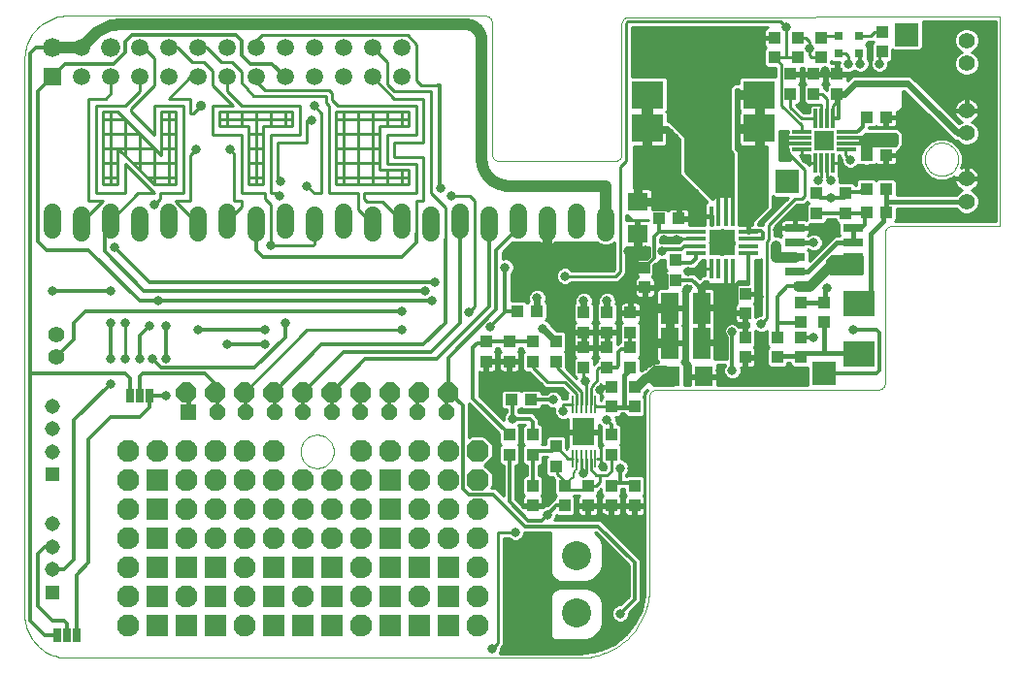
<source format=gtl>
G75*
G70*
%OFA0B0*%
%FSLAX24Y24*%
%IPPOS*%
%LPD*%
%AMOC8*
5,1,8,0,0,1.08239X$1,22.5*
%
%ADD10C,0.0000*%
%ADD11R,0.0594X0.0594*%
%ADD12C,0.0660*%
%ADD13C,0.0594*%
%ADD14R,0.0394X0.0433*%
%ADD15R,0.0433X0.0394*%
%ADD16R,0.0709X0.0630*%
%ADD17R,0.0315X0.0315*%
%ADD18C,0.0560*%
%ADD19R,0.0515X0.0515*%
%ADD20C,0.0515*%
%ADD21C,0.0600*%
%ADD22R,0.1080X0.0850*%
%ADD23R,0.0701X0.0283*%
%ADD24OC8,0.0700*%
%ADD25R,0.0100X0.0620*%
%ADD26R,0.0770X0.0960*%
%ADD27R,0.0700X0.0120*%
%ADD28R,0.0120X0.0700*%
%ADD29R,0.0670X0.0670*%
%ADD30R,0.0700X0.0150*%
%ADD31R,0.0150X0.0700*%
%ADD32R,0.0850X0.0850*%
%ADD33R,0.0630X0.1063*%
%ADD34R,0.0630X0.0710*%
%ADD35R,0.1102X0.0965*%
%ADD36C,0.1000*%
%ADD37R,0.0800X0.0800*%
%ADD38R,0.0250X0.0500*%
%ADD39R,0.0554X0.0554*%
%ADD40OC8,0.0554*%
%ADD41C,0.0100*%
%ADD42C,0.0356*%
%ADD43C,0.0320*%
%ADD44C,0.0160*%
%ADD45C,0.0320*%
%ADD46C,0.0120*%
%ADD47C,0.0400*%
%ADD48C,0.0110*%
%ADD49C,0.0317*%
%ADD50C,0.0240*%
%ADD51C,0.0760*%
%ADD52R,0.0760X0.0760*%
%ADD53C,0.0350*%
%ADD54OC8,0.0760*%
%ADD55C,0.0360*%
%ADD56C,0.0360*%
%ADD57C,0.0080*%
D10*
X006865Y002944D02*
X006873Y022025D01*
X006875Y022101D01*
X006881Y022176D01*
X006890Y022252D01*
X006904Y022326D01*
X006921Y022400D01*
X006942Y022473D01*
X006967Y022545D01*
X006995Y022616D01*
X007026Y022685D01*
X007062Y022752D01*
X007100Y022818D01*
X007142Y022881D01*
X007187Y022942D01*
X007235Y023001D01*
X007286Y023058D01*
X007340Y023111D01*
X007396Y023162D01*
X007455Y023210D01*
X007516Y023255D01*
X007580Y023297D01*
X007645Y023336D01*
X007712Y023371D01*
X007782Y023402D01*
X007852Y023431D01*
X007924Y023455D01*
X007997Y023476D01*
X008071Y023493D01*
X008146Y023507D01*
X008221Y023516D01*
X008297Y023522D01*
X008373Y023524D01*
X022674Y023524D01*
X022704Y023522D01*
X022734Y023517D01*
X022763Y023508D01*
X022790Y023495D01*
X022816Y023480D01*
X022840Y023461D01*
X022861Y023440D01*
X022880Y023416D01*
X022895Y023390D01*
X022908Y023363D01*
X022917Y023334D01*
X022922Y023304D01*
X022924Y023274D01*
X022924Y018774D01*
X022926Y018744D01*
X022931Y018714D01*
X022940Y018685D01*
X022953Y018658D01*
X022968Y018632D01*
X022987Y018608D01*
X023008Y018587D01*
X023032Y018568D01*
X023058Y018553D01*
X023085Y018540D01*
X023114Y018531D01*
X023144Y018526D01*
X023174Y018524D01*
X027124Y018524D01*
X027154Y018526D01*
X027184Y018531D01*
X027213Y018540D01*
X027240Y018553D01*
X027266Y018568D01*
X027290Y018587D01*
X027311Y018608D01*
X027330Y018632D01*
X027345Y018658D01*
X027358Y018685D01*
X027367Y018714D01*
X027372Y018744D01*
X027374Y018774D01*
X027374Y023225D01*
X027376Y023255D01*
X027381Y023285D01*
X027390Y023314D01*
X027403Y023341D01*
X027418Y023367D01*
X027437Y023391D01*
X027458Y023412D01*
X027482Y023431D01*
X027508Y023446D01*
X027535Y023459D01*
X027564Y023468D01*
X027594Y023473D01*
X027624Y023475D01*
X040364Y023484D01*
X040364Y016304D01*
X036674Y016304D01*
X036644Y016302D01*
X036614Y016297D01*
X036585Y016288D01*
X036558Y016275D01*
X036532Y016260D01*
X036508Y016241D01*
X036487Y016220D01*
X036468Y016196D01*
X036453Y016170D01*
X036440Y016143D01*
X036431Y016114D01*
X036426Y016084D01*
X036424Y016054D01*
X036424Y010914D01*
X036422Y010884D01*
X036417Y010854D01*
X036408Y010825D01*
X036395Y010798D01*
X036380Y010772D01*
X036361Y010748D01*
X036340Y010727D01*
X036316Y010708D01*
X036290Y010693D01*
X036263Y010680D01*
X036234Y010671D01*
X036204Y010666D01*
X036174Y010664D01*
X028574Y010664D01*
X028544Y010662D01*
X028514Y010657D01*
X028485Y010648D01*
X028458Y010635D01*
X028432Y010620D01*
X028408Y010601D01*
X028387Y010580D01*
X028368Y010556D01*
X028353Y010530D01*
X028340Y010503D01*
X028331Y010474D01*
X028326Y010444D01*
X028324Y010414D01*
X028324Y003844D01*
X028321Y003730D01*
X028313Y003616D01*
X028300Y003502D01*
X028281Y003390D01*
X028256Y003278D01*
X028227Y003168D01*
X028192Y003059D01*
X028152Y002952D01*
X028107Y002847D01*
X028057Y002744D01*
X028002Y002644D01*
X027943Y002546D01*
X027879Y002452D01*
X027811Y002360D01*
X027738Y002272D01*
X027661Y002188D01*
X027580Y002107D01*
X027496Y002030D01*
X027408Y001957D01*
X027316Y001889D01*
X027222Y001825D01*
X027124Y001766D01*
X027024Y001711D01*
X026921Y001661D01*
X026816Y001616D01*
X026709Y001576D01*
X026600Y001541D01*
X026490Y001512D01*
X026378Y001487D01*
X026266Y001468D01*
X026152Y001455D01*
X026038Y001447D01*
X025924Y001444D01*
X008365Y001444D01*
X008289Y001446D01*
X008213Y001452D01*
X008138Y001461D01*
X008063Y001475D01*
X007989Y001492D01*
X007916Y001513D01*
X007844Y001537D01*
X007774Y001566D01*
X007705Y001597D01*
X007637Y001632D01*
X007572Y001671D01*
X007508Y001713D01*
X007447Y001758D01*
X007388Y001806D01*
X007332Y001857D01*
X007278Y001910D01*
X007227Y001967D01*
X007179Y002026D01*
X007134Y002087D01*
X007092Y002150D01*
X007054Y002216D01*
X007018Y002283D01*
X006987Y002352D01*
X006958Y002423D01*
X006934Y002495D01*
X006913Y002568D01*
X006896Y002642D01*
X006882Y002716D01*
X006873Y002792D01*
X006867Y002868D01*
X006865Y002944D01*
X016347Y008543D02*
X016349Y008590D01*
X016355Y008637D01*
X016364Y008683D01*
X016378Y008728D01*
X016395Y008772D01*
X016416Y008815D01*
X016440Y008855D01*
X016467Y008894D01*
X016498Y008930D01*
X016531Y008963D01*
X016567Y008994D01*
X016606Y009021D01*
X016646Y009045D01*
X016689Y009066D01*
X016733Y009083D01*
X016778Y009097D01*
X016824Y009106D01*
X016871Y009112D01*
X016918Y009114D01*
X016965Y009112D01*
X017012Y009106D01*
X017058Y009097D01*
X017103Y009083D01*
X017147Y009066D01*
X017190Y009045D01*
X017230Y009021D01*
X017269Y008994D01*
X017305Y008963D01*
X017338Y008930D01*
X017369Y008894D01*
X017396Y008855D01*
X017420Y008815D01*
X017441Y008772D01*
X017458Y008728D01*
X017472Y008683D01*
X017481Y008637D01*
X017487Y008590D01*
X017489Y008543D01*
X017487Y008496D01*
X017481Y008449D01*
X017472Y008403D01*
X017458Y008358D01*
X017441Y008314D01*
X017420Y008271D01*
X017396Y008231D01*
X017369Y008192D01*
X017338Y008156D01*
X017305Y008123D01*
X017269Y008092D01*
X017230Y008065D01*
X017190Y008041D01*
X017147Y008020D01*
X017103Y008003D01*
X017058Y007989D01*
X017012Y007980D01*
X016965Y007974D01*
X016918Y007972D01*
X016871Y007974D01*
X016824Y007980D01*
X016778Y007989D01*
X016733Y008003D01*
X016689Y008020D01*
X016646Y008041D01*
X016606Y008065D01*
X016567Y008092D01*
X016531Y008123D01*
X016498Y008156D01*
X016467Y008192D01*
X016440Y008231D01*
X016416Y008271D01*
X016395Y008314D01*
X016378Y008358D01*
X016364Y008403D01*
X016355Y008449D01*
X016349Y008496D01*
X016347Y008543D01*
X037792Y018586D02*
X037794Y018633D01*
X037800Y018680D01*
X037809Y018726D01*
X037823Y018771D01*
X037840Y018815D01*
X037861Y018858D01*
X037885Y018898D01*
X037912Y018937D01*
X037943Y018973D01*
X037976Y019006D01*
X038012Y019037D01*
X038051Y019064D01*
X038091Y019088D01*
X038134Y019109D01*
X038178Y019126D01*
X038223Y019140D01*
X038269Y019149D01*
X038316Y019155D01*
X038363Y019157D01*
X038410Y019155D01*
X038457Y019149D01*
X038503Y019140D01*
X038548Y019126D01*
X038592Y019109D01*
X038635Y019088D01*
X038675Y019064D01*
X038714Y019037D01*
X038750Y019006D01*
X038783Y018973D01*
X038814Y018937D01*
X038841Y018898D01*
X038865Y018858D01*
X038886Y018815D01*
X038903Y018771D01*
X038917Y018726D01*
X038926Y018680D01*
X038932Y018633D01*
X038934Y018586D01*
X038932Y018539D01*
X038926Y018492D01*
X038917Y018446D01*
X038903Y018401D01*
X038886Y018357D01*
X038865Y018314D01*
X038841Y018274D01*
X038814Y018235D01*
X038783Y018199D01*
X038750Y018166D01*
X038714Y018135D01*
X038675Y018108D01*
X038635Y018084D01*
X038592Y018063D01*
X038548Y018046D01*
X038503Y018032D01*
X038457Y018023D01*
X038410Y018017D01*
X038363Y018015D01*
X038316Y018017D01*
X038269Y018023D01*
X038223Y018032D01*
X038178Y018046D01*
X038134Y018063D01*
X038091Y018084D01*
X038051Y018108D01*
X038012Y018135D01*
X037976Y018166D01*
X037943Y018199D01*
X037912Y018235D01*
X037885Y018274D01*
X037861Y018314D01*
X037840Y018357D01*
X037823Y018401D01*
X037809Y018446D01*
X037800Y018492D01*
X037794Y018539D01*
X037792Y018586D01*
D11*
X007824Y021424D03*
D12*
X007824Y022424D03*
X009824Y022424D03*
D13*
X010824Y022424D03*
X011824Y022424D03*
X012824Y022424D03*
X013824Y022424D03*
X014824Y022424D03*
X015824Y022424D03*
X016824Y022424D03*
X017824Y022424D03*
X018824Y022424D03*
X019824Y022424D03*
X019824Y021424D03*
X018824Y021424D03*
X017824Y021424D03*
X016824Y021424D03*
X015824Y021424D03*
X014824Y021424D03*
X013824Y021424D03*
X012824Y021424D03*
X011824Y021424D03*
X010824Y021424D03*
X009824Y021424D03*
X008824Y021424D03*
X008824Y022424D03*
D14*
X022724Y012309D03*
X022724Y011640D03*
X023524Y011640D03*
X024324Y011640D03*
X024324Y012309D03*
X023524Y012309D03*
X025124Y012309D03*
X025124Y011640D03*
X026074Y011440D03*
X026074Y012109D03*
X026074Y012640D03*
X026874Y012640D03*
X026874Y012109D03*
X026874Y011440D03*
X027674Y011440D03*
X027674Y012109D03*
X027674Y012640D03*
X027674Y013309D03*
X026874Y013309D03*
X026074Y013309D03*
X028174Y014190D03*
X029224Y014440D03*
X028174Y014859D03*
X029224Y015109D03*
X031624Y013959D03*
X031624Y013290D03*
X031624Y012459D03*
X032724Y012459D03*
X033524Y012459D03*
X033524Y012990D03*
X033524Y013659D03*
X034324Y013659D03*
X034324Y012990D03*
X033524Y011790D03*
X032724Y011790D03*
X031624Y011790D03*
X027824Y010759D03*
X027024Y010759D03*
X027024Y010090D03*
X027824Y010090D03*
X027024Y009109D03*
X027024Y008440D03*
X027024Y007359D03*
X027824Y007359D03*
X027824Y006690D03*
X027024Y006690D03*
X026224Y006690D03*
X025424Y006690D03*
X025424Y007359D03*
X025124Y008040D03*
X024324Y008440D03*
X023524Y008440D03*
X023524Y009109D03*
X024324Y009109D03*
X025124Y008709D03*
X024324Y007359D03*
X024324Y006690D03*
X026224Y007359D03*
X034074Y016740D03*
X034074Y017409D03*
X035074Y017409D03*
X035074Y016740D03*
X034774Y020840D03*
X034774Y021509D03*
X034224Y022090D03*
X033974Y021509D03*
X033974Y020840D03*
X033174Y020840D03*
X033174Y021509D03*
X033424Y022090D03*
X032624Y022090D03*
X032624Y022759D03*
X033424Y022759D03*
X034224Y022759D03*
X036324Y022959D03*
X036324Y022290D03*
D15*
X036449Y020024D03*
X035779Y020024D03*
X035779Y018724D03*
X036449Y018724D03*
X036449Y017574D03*
X035779Y017574D03*
X035779Y016774D03*
X036449Y016774D03*
X029334Y016549D03*
X028664Y016549D03*
X024459Y013374D03*
X023789Y013374D03*
X023589Y010324D03*
X024259Y010324D03*
D16*
X027924Y016023D03*
X027924Y017126D03*
D17*
X034824Y022229D03*
X034824Y022820D03*
X035524Y022820D03*
X035524Y022229D03*
D18*
X039224Y021881D03*
X039224Y022668D03*
X039224Y020268D03*
X039224Y019481D03*
X039224Y017918D03*
X039224Y017131D03*
X007974Y012568D03*
X007974Y011781D03*
D19*
X007824Y007743D03*
X007824Y003693D03*
D20*
X007824Y004481D03*
X007824Y005268D03*
X007824Y006056D03*
X007824Y008531D03*
X007824Y009318D03*
X007824Y010106D03*
D21*
X008824Y016074D02*
X008824Y016674D01*
X007824Y016774D02*
X007824Y016174D01*
X009824Y016174D02*
X009824Y016774D01*
X010824Y016674D02*
X010824Y016074D01*
X011824Y016174D02*
X011824Y016774D01*
X012824Y016674D02*
X012824Y016074D01*
X013824Y016174D02*
X013824Y016774D01*
X014824Y016674D02*
X014824Y016074D01*
X015824Y016174D02*
X015824Y016774D01*
X016824Y016674D02*
X016824Y016074D01*
X017824Y016174D02*
X017824Y016774D01*
X018824Y016674D02*
X018824Y016074D01*
X019824Y016174D02*
X019824Y016774D01*
X020824Y016674D02*
X020824Y016074D01*
X021824Y016174D02*
X021824Y016774D01*
X022824Y016674D02*
X022824Y016074D01*
X023824Y016174D02*
X023824Y016774D01*
X024824Y016674D02*
X024824Y016074D01*
X025824Y016174D02*
X025824Y016774D01*
X026824Y016674D02*
X026824Y016074D01*
D22*
X035524Y013634D03*
X035534Y011894D03*
D23*
X035325Y014724D03*
X035325Y015224D03*
X035325Y015724D03*
X035325Y016224D03*
X033323Y016224D03*
X033323Y015724D03*
X033323Y015224D03*
X033323Y014724D03*
D24*
X021424Y010574D03*
X020424Y010574D03*
X019424Y010574D03*
X018424Y010574D03*
X017424Y010574D03*
X016424Y010574D03*
X015424Y010574D03*
X014424Y010574D03*
X013424Y010574D03*
X012424Y010574D03*
D25*
X025684Y010154D03*
X025834Y010154D03*
X025994Y010154D03*
X026154Y010154D03*
X026314Y010154D03*
X026464Y010154D03*
X026464Y008294D03*
X026314Y008294D03*
X026154Y008294D03*
X025994Y008294D03*
X025834Y008294D03*
X025684Y008294D03*
D26*
X026074Y009224D03*
D27*
X033554Y018924D03*
X033554Y019124D03*
X033554Y019324D03*
X033554Y019524D03*
X035094Y019524D03*
X035094Y019324D03*
X035094Y019124D03*
X035094Y018924D03*
D28*
X034624Y018454D03*
X034424Y018454D03*
X034224Y018454D03*
X034024Y018454D03*
X034024Y019994D03*
X034224Y019994D03*
X034424Y019994D03*
X034624Y019994D03*
D29*
X034324Y019224D03*
D30*
X031734Y016104D03*
X031734Y015854D03*
X031734Y015594D03*
X031734Y015344D03*
X029914Y015344D03*
X029914Y015594D03*
X029914Y015854D03*
X029914Y016104D03*
D31*
X030444Y016634D03*
X030694Y016634D03*
X030954Y016634D03*
X031204Y016634D03*
X031204Y014814D03*
X030954Y014814D03*
X030694Y014814D03*
X030444Y014814D03*
D32*
X030824Y015724D03*
D33*
X030125Y013474D03*
X029023Y013474D03*
X029023Y012274D03*
X030125Y012274D03*
D34*
X030184Y011124D03*
X029064Y011124D03*
D35*
X028245Y019644D03*
X028245Y020805D03*
X032103Y020805D03*
X032103Y019644D03*
D36*
X025824Y004959D03*
X025824Y002990D03*
D37*
X034324Y011224D03*
X033074Y017824D03*
X037174Y022874D03*
D38*
X011144Y010474D03*
X010824Y010474D03*
X010504Y010474D03*
X008644Y002224D03*
X008324Y002224D03*
X008004Y002224D03*
D39*
X012495Y009899D03*
D40*
X013479Y009899D03*
X014463Y009899D03*
X015448Y009899D03*
X016432Y009899D03*
X017416Y009899D03*
X018400Y009899D03*
X019385Y009899D03*
X020369Y009899D03*
X021353Y009899D03*
D41*
X022134Y009945D02*
X022391Y009945D01*
X022489Y009847D02*
X022134Y009847D01*
X022134Y009748D02*
X022588Y009748D01*
X022686Y009650D02*
X022134Y009650D01*
X022134Y009551D02*
X022785Y009551D01*
X022883Y009453D02*
X022134Y009453D01*
X022134Y009354D02*
X022982Y009354D01*
X023080Y009256D02*
X022134Y009256D01*
X022134Y009157D02*
X023177Y009157D01*
X023177Y009159D02*
X023177Y008830D01*
X023233Y008774D01*
X023177Y008718D01*
X023177Y008161D01*
X023265Y008073D01*
X023314Y008073D01*
X023314Y007031D01*
X023184Y007161D01*
X023061Y007284D01*
X022883Y007284D01*
X022954Y007355D01*
X022954Y007794D01*
X022673Y008074D01*
X022954Y008355D01*
X022954Y008794D01*
X022643Y009104D01*
X022204Y009104D01*
X022134Y009034D01*
X022134Y010202D01*
X023177Y009159D01*
X023177Y009059D02*
X022689Y009059D01*
X022787Y008960D02*
X023177Y008960D01*
X023177Y008862D02*
X022886Y008862D01*
X022954Y008763D02*
X023222Y008763D01*
X023177Y008665D02*
X022954Y008665D01*
X022954Y008566D02*
X023177Y008566D01*
X023177Y008468D02*
X022954Y008468D01*
X022954Y008369D02*
X023177Y008369D01*
X023177Y008271D02*
X022870Y008271D01*
X022771Y008172D02*
X023177Y008172D01*
X023264Y008074D02*
X022674Y008074D01*
X022772Y007975D02*
X023314Y007975D01*
X023314Y007877D02*
X022871Y007877D01*
X022954Y007778D02*
X023314Y007778D01*
X023314Y007680D02*
X022954Y007680D01*
X022954Y007581D02*
X023314Y007581D01*
X023314Y007483D02*
X022954Y007483D01*
X022954Y007384D02*
X023314Y007384D01*
X023314Y007286D02*
X022885Y007286D01*
X023158Y007187D02*
X023314Y007187D01*
X023314Y007089D02*
X023256Y007089D01*
X023734Y007089D02*
X023977Y007089D01*
X023977Y007080D02*
X024033Y007024D01*
X024007Y006998D01*
X023987Y006964D01*
X023977Y006926D01*
X023977Y006738D01*
X024275Y006738D01*
X024275Y006641D01*
X024004Y006641D01*
X023734Y006911D01*
X023734Y008073D01*
X023783Y008073D01*
X023871Y008161D01*
X023871Y008718D01*
X023815Y008774D01*
X023871Y008830D01*
X023871Y009388D01*
X023823Y009435D01*
X023852Y009464D01*
X024054Y009464D01*
X023977Y009388D01*
X023977Y008830D01*
X024033Y008774D01*
X023977Y008718D01*
X023977Y008161D01*
X024065Y008073D01*
X024114Y008073D01*
X024114Y007726D01*
X024065Y007726D01*
X023977Y007638D01*
X023977Y007080D01*
X024002Y006990D02*
X023734Y006990D01*
X023753Y006892D02*
X023977Y006892D01*
X023977Y006793D02*
X023852Y006793D01*
X023950Y006695D02*
X024275Y006695D01*
X024372Y006695D02*
X024847Y006695D01*
X024837Y006684D02*
X024762Y006684D01*
X024658Y006641D01*
X024372Y006641D01*
X024372Y006738D01*
X024671Y006738D01*
X024671Y006926D01*
X024661Y006964D01*
X024641Y006998D01*
X024615Y007024D01*
X024671Y007080D01*
X024671Y007638D01*
X024583Y007726D01*
X024534Y007726D01*
X024534Y008073D01*
X024583Y008073D01*
X024671Y008161D01*
X024671Y008364D01*
X024823Y008364D01*
X024777Y008318D01*
X024777Y007761D01*
X024865Y007673D01*
X024992Y007673D01*
X025077Y007588D01*
X025077Y007080D01*
X025133Y007024D01*
X025077Y006968D01*
X025077Y006900D01*
X025052Y006900D01*
X024837Y006684D01*
X024946Y006793D02*
X024671Y006793D01*
X024671Y006892D02*
X025044Y006892D01*
X025099Y006990D02*
X024645Y006990D01*
X024671Y007089D02*
X025077Y007089D01*
X025077Y007187D02*
X024671Y007187D01*
X024671Y007286D02*
X025077Y007286D01*
X025077Y007384D02*
X024671Y007384D01*
X024671Y007483D02*
X025077Y007483D01*
X025077Y007581D02*
X024671Y007581D01*
X024629Y007680D02*
X024858Y007680D01*
X024777Y007778D02*
X024534Y007778D01*
X024534Y007877D02*
X024777Y007877D01*
X024777Y007975D02*
X024534Y007975D01*
X024584Y008074D02*
X024777Y008074D01*
X024777Y008172D02*
X024671Y008172D01*
X024671Y008271D02*
X024777Y008271D01*
X025124Y008040D02*
X025174Y007990D01*
X025174Y007774D01*
X025424Y007524D01*
X025424Y007359D01*
X025424Y007224D01*
X026189Y007224D01*
X026224Y007359D01*
X026498Y007359D01*
X026624Y007485D01*
X026624Y007724D01*
X026503Y007724D01*
X026314Y007913D01*
X026314Y008294D01*
X026314Y008234D01*
X026154Y008294D02*
X026154Y007799D01*
X026049Y007799D01*
X025994Y007799D01*
X025994Y008294D01*
X025834Y008294D02*
X025834Y008184D01*
X025684Y008294D02*
X025539Y008294D01*
X025124Y008709D01*
X025471Y008665D02*
X025484Y008665D01*
X025484Y008667D02*
X025484Y008632D01*
X025471Y008645D01*
X025471Y008988D01*
X025383Y009076D01*
X024865Y009076D01*
X024777Y008988D01*
X024777Y008784D01*
X024625Y008784D01*
X024671Y008830D01*
X024671Y009388D01*
X024583Y009476D01*
X024534Y009476D01*
X024534Y009661D01*
X024434Y009761D01*
X024311Y009884D01*
X023852Y009884D01*
X023834Y009903D01*
X023834Y009978D01*
X023868Y009978D01*
X023924Y010034D01*
X023980Y009978D01*
X024537Y009978D01*
X024625Y010065D01*
X024625Y010114D01*
X024796Y010114D01*
X024848Y010062D01*
X024962Y010014D01*
X025076Y010014D01*
X025064Y009986D01*
X025064Y009863D01*
X025111Y009749D01*
X025198Y009662D01*
X025312Y009614D01*
X025436Y009614D01*
X025539Y009657D01*
X025539Y009274D01*
X026024Y009274D01*
X026024Y009174D01*
X025539Y009174D01*
X025539Y008725D01*
X025540Y008722D01*
X025484Y008667D01*
X025471Y008763D02*
X025539Y008763D01*
X025539Y008862D02*
X025471Y008862D01*
X025471Y008960D02*
X025539Y008960D01*
X025539Y009059D02*
X025400Y009059D01*
X025539Y009157D02*
X024671Y009157D01*
X024671Y009059D02*
X024848Y009059D01*
X024777Y008960D02*
X024671Y008960D01*
X024671Y008862D02*
X024777Y008862D01*
X024022Y008763D02*
X023826Y008763D01*
X023871Y008665D02*
X023977Y008665D01*
X023977Y008566D02*
X023871Y008566D01*
X023871Y008468D02*
X023977Y008468D01*
X023977Y008369D02*
X023871Y008369D01*
X023871Y008271D02*
X023977Y008271D01*
X023977Y008172D02*
X023871Y008172D01*
X023784Y008074D02*
X024064Y008074D01*
X024114Y007975D02*
X023734Y007975D01*
X023734Y007877D02*
X024114Y007877D01*
X024114Y007778D02*
X023734Y007778D01*
X023734Y007680D02*
X024019Y007680D01*
X023977Y007581D02*
X023734Y007581D01*
X023734Y007483D02*
X023977Y007483D01*
X023977Y007384D02*
X023734Y007384D01*
X023734Y007286D02*
X023977Y007286D01*
X023977Y007187D02*
X023734Y007187D01*
X025134Y006354D02*
X025165Y006323D01*
X025683Y006323D01*
X025771Y006411D01*
X025771Y006968D01*
X025715Y007024D01*
X025933Y007024D01*
X025907Y006998D01*
X025887Y006964D01*
X025877Y006926D01*
X025877Y006738D01*
X026175Y006738D01*
X026175Y006641D01*
X025877Y006641D01*
X025877Y006453D01*
X025887Y006415D01*
X025907Y006381D01*
X025935Y006353D01*
X025969Y006333D01*
X026007Y006323D01*
X026175Y006323D01*
X026175Y006641D01*
X026272Y006641D01*
X026272Y006323D01*
X026441Y006323D01*
X026479Y006333D01*
X026513Y006353D01*
X026541Y006381D01*
X026561Y006415D01*
X026571Y006453D01*
X026571Y006641D01*
X026272Y006641D01*
X026272Y006738D01*
X026571Y006738D01*
X026571Y006926D01*
X026561Y006964D01*
X026541Y006998D01*
X026515Y007024D01*
X026571Y007080D01*
X026571Y007159D01*
X026581Y007159D01*
X026677Y007255D01*
X026677Y007080D01*
X026733Y007024D01*
X026707Y006998D01*
X026687Y006964D01*
X026677Y006926D01*
X026677Y006738D01*
X026975Y006738D01*
X026975Y006641D01*
X026677Y006641D01*
X026677Y006453D01*
X026687Y006415D01*
X026707Y006381D01*
X026735Y006353D01*
X026769Y006333D01*
X026807Y006323D01*
X026975Y006323D01*
X026975Y006641D01*
X027072Y006641D01*
X027072Y006323D01*
X027241Y006323D01*
X027279Y006333D01*
X027313Y006353D01*
X027341Y006381D01*
X027361Y006415D01*
X027371Y006453D01*
X027371Y006641D01*
X027072Y006641D01*
X027072Y006738D01*
X027371Y006738D01*
X027371Y006926D01*
X027361Y006964D01*
X027341Y006998D01*
X027315Y007024D01*
X027371Y007080D01*
X027371Y007264D01*
X027477Y007264D01*
X027477Y007080D01*
X027533Y007024D01*
X027507Y006998D01*
X027487Y006964D01*
X027477Y006926D01*
X027477Y006738D01*
X027775Y006738D01*
X027775Y006641D01*
X027477Y006641D01*
X027477Y006453D01*
X027487Y006415D01*
X027507Y006381D01*
X027535Y006353D01*
X027569Y006333D01*
X027607Y006323D01*
X027775Y006323D01*
X027775Y006641D01*
X027872Y006641D01*
X027872Y006323D01*
X028041Y006323D01*
X028079Y006333D01*
X028113Y006353D01*
X028141Y006381D01*
X028161Y006415D01*
X028171Y006453D01*
X028171Y006641D01*
X027872Y006641D01*
X027872Y006738D01*
X028171Y006738D01*
X028171Y006926D01*
X028161Y006964D01*
X028141Y006998D01*
X028115Y007024D01*
X028171Y007080D01*
X028171Y007638D01*
X028083Y007726D01*
X027565Y007726D01*
X027534Y007695D01*
X027534Y007746D01*
X027587Y007799D01*
X027634Y007913D01*
X027634Y008036D01*
X027587Y008150D01*
X027500Y008237D01*
X027386Y008284D01*
X027371Y008284D01*
X027371Y008718D01*
X027315Y008774D01*
X027371Y008830D01*
X027371Y009388D01*
X027283Y009476D01*
X027234Y009476D01*
X027234Y009561D01*
X027184Y009611D01*
X027184Y009686D01*
X027169Y009723D01*
X027283Y009723D01*
X027371Y009811D01*
X027371Y009844D01*
X027477Y009844D01*
X027477Y009811D01*
X027565Y009723D01*
X028083Y009723D01*
X028171Y009811D01*
X028171Y010368D01*
X028115Y010424D01*
X028171Y010480D01*
X028171Y010583D01*
X028262Y010674D01*
X028174Y010522D01*
X028174Y003844D01*
X028160Y003592D01*
X028048Y003101D01*
X027829Y002647D01*
X027515Y002253D01*
X027121Y001939D01*
X026667Y001721D01*
X026176Y001609D01*
X025924Y001594D01*
X023182Y001594D01*
X023187Y001599D01*
X023234Y001713D01*
X023234Y001802D01*
X023324Y001892D01*
X023324Y005574D01*
X023486Y005574D01*
X023548Y005512D01*
X023662Y005464D01*
X023786Y005464D01*
X023900Y005512D01*
X023987Y005599D01*
X024034Y005713D01*
X024034Y005764D01*
X024924Y005764D01*
X024924Y004367D01*
X025031Y004182D01*
X025031Y004182D01*
X025217Y004074D01*
X026203Y004074D01*
X026442Y004173D01*
X026625Y004356D01*
X026625Y004356D01*
X026724Y004595D01*
X026724Y005354D01*
X026625Y005593D01*
X026453Y005764D01*
X026487Y005764D01*
X027614Y004637D01*
X027614Y003561D01*
X027337Y003284D01*
X027262Y003284D01*
X027148Y003237D01*
X027061Y003150D01*
X027014Y003036D01*
X027014Y002913D01*
X027061Y002799D01*
X027148Y002712D01*
X027262Y002664D01*
X027386Y002664D01*
X027500Y002712D01*
X027587Y002799D01*
X027634Y002913D01*
X027634Y002987D01*
X028034Y003387D01*
X028034Y004811D01*
X027911Y004934D01*
X026661Y006184D01*
X025072Y006184D01*
X025087Y006199D01*
X025134Y006313D01*
X025134Y006354D01*
X025129Y006301D02*
X028174Y006301D01*
X028174Y006399D02*
X028151Y006399D01*
X028171Y006498D02*
X028174Y006498D01*
X028171Y006596D02*
X028174Y006596D01*
X028174Y006695D02*
X027872Y006695D01*
X027775Y006695D02*
X027072Y006695D01*
X026975Y006695D02*
X026272Y006695D01*
X026175Y006695D02*
X025771Y006695D01*
X025771Y006793D02*
X025877Y006793D01*
X025877Y006892D02*
X025771Y006892D01*
X025749Y006990D02*
X025902Y006990D01*
X025933Y007024D02*
X025933Y007024D01*
X026224Y007359D02*
X026259Y007474D01*
X026624Y007724D02*
X026874Y007724D01*
X027024Y007874D01*
X027024Y008440D01*
X027371Y008468D02*
X028174Y008468D01*
X028174Y008566D02*
X027371Y008566D01*
X027371Y008665D02*
X028174Y008665D01*
X028174Y008763D02*
X027326Y008763D01*
X027371Y008862D02*
X028174Y008862D01*
X028174Y008960D02*
X027371Y008960D01*
X027371Y009059D02*
X028174Y009059D01*
X028174Y009157D02*
X027371Y009157D01*
X027371Y009256D02*
X028174Y009256D01*
X028174Y009354D02*
X027371Y009354D01*
X027306Y009453D02*
X028174Y009453D01*
X028174Y009551D02*
X027234Y009551D01*
X027184Y009650D02*
X028174Y009650D01*
X028174Y009748D02*
X028108Y009748D01*
X028171Y009847D02*
X028174Y009847D01*
X028171Y009945D02*
X028174Y009945D01*
X028171Y010044D02*
X028174Y010044D01*
X028171Y010142D02*
X028174Y010142D01*
X028171Y010241D02*
X028174Y010241D01*
X028171Y010339D02*
X028174Y010339D01*
X028174Y010438D02*
X028128Y010438D01*
X028171Y010536D02*
X028182Y010536D01*
X028223Y010635D02*
X028239Y010635D01*
X028021Y011310D02*
X028021Y011718D01*
X027965Y011774D01*
X028021Y011830D01*
X028021Y012918D01*
X027965Y012974D01*
X027991Y013000D01*
X028011Y013035D01*
X028021Y013073D01*
X028021Y013261D01*
X027722Y013261D01*
X027722Y013357D01*
X028021Y013357D01*
X028021Y013545D01*
X028011Y013583D01*
X027991Y013618D01*
X027963Y013646D01*
X027929Y013665D01*
X027891Y013676D01*
X027722Y013676D01*
X027722Y013357D01*
X027625Y013357D01*
X027625Y013261D01*
X027327Y013261D01*
X027327Y013073D01*
X027337Y013035D01*
X027357Y013000D01*
X027383Y012974D01*
X027327Y012918D01*
X027327Y012284D01*
X027287Y012284D01*
X027221Y012218D01*
X027221Y012345D01*
X027213Y012374D01*
X027221Y012403D01*
X027221Y012591D01*
X026922Y012591D01*
X026922Y012476D01*
X026922Y012157D01*
X026825Y012157D01*
X026825Y012061D01*
X026527Y012061D01*
X026527Y011873D01*
X026537Y011835D01*
X026557Y011800D01*
X026583Y011774D01*
X026527Y011718D01*
X026527Y011640D01*
X026523Y011640D01*
X026441Y011557D01*
X026421Y011537D01*
X026421Y011718D01*
X026365Y011774D01*
X026391Y011800D01*
X026411Y011835D01*
X026421Y011873D01*
X026421Y012061D01*
X026122Y012061D01*
X026122Y012157D01*
X026421Y012157D01*
X026421Y012345D01*
X026413Y012374D01*
X026421Y012403D01*
X026421Y012591D01*
X026122Y012591D01*
X026122Y012476D01*
X026122Y012157D01*
X026025Y012157D01*
X026025Y012061D01*
X025727Y012061D01*
X025727Y011873D01*
X025737Y011835D01*
X025757Y011800D01*
X025783Y011774D01*
X025727Y011718D01*
X025727Y011161D01*
X025815Y011073D01*
X025842Y011073D01*
X025831Y011048D01*
X025471Y011409D01*
X025471Y011918D01*
X025415Y011974D01*
X025471Y012030D01*
X025471Y012588D01*
X025383Y012676D01*
X025155Y012676D01*
X024977Y012853D01*
X024937Y012950D01*
X024850Y013037D01*
X024777Y013067D01*
X024825Y013115D01*
X024825Y013633D01*
X024758Y013700D01*
X024784Y013763D01*
X024784Y013886D01*
X024737Y014000D01*
X024650Y014087D01*
X024536Y014134D01*
X024412Y014134D01*
X024298Y014087D01*
X024211Y014000D01*
X024164Y013886D01*
X024164Y013763D01*
X024181Y013721D01*
X024180Y013721D01*
X024124Y013665D01*
X024068Y013721D01*
X023584Y013721D01*
X023584Y014646D01*
X023637Y014699D01*
X023684Y014813D01*
X023684Y014936D01*
X023637Y015050D01*
X023550Y015137D01*
X023436Y015184D01*
X023312Y015184D01*
X023284Y015173D01*
X023284Y015387D01*
X023621Y015724D01*
X024540Y015724D01*
X024588Y015690D01*
X024651Y015657D01*
X024719Y015635D01*
X024774Y015627D01*
X024774Y015724D01*
X024874Y015724D01*
X024874Y015627D01*
X024929Y015635D01*
X024997Y015657D01*
X025060Y015690D01*
X025108Y015724D01*
X026538Y015724D01*
X026569Y015693D01*
X026734Y015624D01*
X026913Y015624D01*
X027079Y015693D01*
X027110Y015724D01*
X027124Y015724D01*
X027124Y014807D01*
X027091Y014774D01*
X025662Y014774D01*
X025600Y014837D01*
X025486Y014884D01*
X025362Y014884D01*
X025248Y014837D01*
X025161Y014750D01*
X025114Y014636D01*
X025114Y014513D01*
X025161Y014399D01*
X025248Y014312D01*
X025362Y014264D01*
X025486Y014264D01*
X025600Y014312D01*
X025662Y014374D01*
X027257Y014374D01*
X027524Y014642D01*
X027524Y015565D01*
X027550Y015558D01*
X027874Y015558D01*
X027874Y015973D01*
X027974Y015973D01*
X027974Y015558D01*
X028269Y015558D01*
X028269Y015267D01*
X028230Y015226D01*
X027915Y015226D01*
X027827Y015138D01*
X027827Y014580D01*
X027883Y014524D01*
X027857Y014498D01*
X027837Y014464D01*
X027827Y014426D01*
X027827Y014238D01*
X028125Y014238D01*
X028125Y014141D01*
X027827Y014141D01*
X027827Y013953D01*
X027837Y013915D01*
X027857Y013881D01*
X027885Y013853D01*
X027919Y013833D01*
X027957Y013823D01*
X028125Y013823D01*
X028125Y014141D01*
X028222Y014141D01*
X028222Y013823D01*
X028391Y013823D01*
X028429Y013833D01*
X028463Y013853D01*
X028491Y013881D01*
X028511Y013915D01*
X028521Y013953D01*
X028521Y014141D01*
X028222Y014141D01*
X028222Y014238D01*
X028521Y014238D01*
X028521Y014426D01*
X028511Y014464D01*
X028491Y014498D01*
X028465Y014524D01*
X028521Y014580D01*
X028521Y014922D01*
X028630Y015038D01*
X028689Y015097D01*
X028689Y015101D01*
X028692Y015104D01*
X028691Y015123D01*
X028712Y015114D01*
X028836Y015114D01*
X028877Y015132D01*
X028877Y014830D01*
X028933Y014774D01*
X028877Y014718D01*
X028877Y014161D01*
X028882Y014156D01*
X028688Y014156D01*
X028650Y014146D01*
X028616Y014126D01*
X028588Y014098D01*
X028568Y014064D01*
X028558Y014026D01*
X028558Y013524D01*
X028973Y013524D01*
X028973Y013424D01*
X029073Y013424D01*
X029073Y012956D01*
X029073Y012324D01*
X029488Y012324D01*
X029488Y012826D01*
X029477Y012864D01*
X029471Y012874D01*
X029477Y012885D01*
X029488Y012923D01*
X029488Y013424D01*
X029073Y013424D01*
X029073Y013524D01*
X029488Y013524D01*
X029488Y014026D01*
X029477Y014064D01*
X029472Y014073D01*
X029483Y014073D01*
X029571Y014161D01*
X029571Y014230D01*
X029722Y014230D01*
X029752Y014199D01*
X029614Y014061D01*
X029614Y011637D01*
X029726Y011525D01*
X029719Y011499D01*
X029719Y011174D01*
X030134Y011174D01*
X030134Y011074D01*
X029719Y011074D01*
X029719Y010814D01*
X029529Y010814D01*
X029529Y011541D01*
X029441Y011629D01*
X029436Y011629D01*
X029458Y011651D01*
X029477Y011685D01*
X029488Y011723D01*
X029488Y012224D01*
X029073Y012224D01*
X029073Y012324D01*
X028973Y012324D01*
X028973Y012224D01*
X028558Y012224D01*
X028558Y011723D01*
X028568Y011685D01*
X028588Y011651D01*
X028604Y011634D01*
X028563Y011634D01*
X028541Y011640D01*
X028502Y011634D01*
X028462Y011634D01*
X028441Y011626D01*
X028419Y011623D01*
X028385Y011602D01*
X028348Y011587D01*
X028332Y011571D01*
X028313Y011560D01*
X028289Y011528D01*
X028261Y011500D01*
X028252Y011479D01*
X028181Y011384D01*
X028162Y011384D01*
X028048Y011337D01*
X028021Y011310D01*
X028021Y011324D02*
X028036Y011324D01*
X028021Y011423D02*
X028210Y011423D01*
X028283Y011521D02*
X028021Y011521D01*
X028021Y011620D02*
X028415Y011620D01*
X028559Y011718D02*
X028021Y011718D01*
X028007Y011817D02*
X028558Y011817D01*
X028558Y011915D02*
X028021Y011915D01*
X028021Y012014D02*
X028558Y012014D01*
X028558Y012112D02*
X028021Y012112D01*
X028021Y012211D02*
X028558Y012211D01*
X028558Y012324D02*
X028973Y012324D01*
X028973Y013424D01*
X028558Y013424D01*
X028558Y012923D01*
X028568Y012885D01*
X028574Y012874D01*
X028568Y012864D01*
X028558Y012826D01*
X028558Y012324D01*
X028558Y012408D02*
X028021Y012408D01*
X028021Y012506D02*
X028558Y012506D01*
X028558Y012605D02*
X028021Y012605D01*
X028021Y012703D02*
X028558Y012703D01*
X028558Y012802D02*
X028021Y012802D01*
X028021Y012900D02*
X028564Y012900D01*
X028558Y012999D02*
X027989Y012999D01*
X028021Y013097D02*
X028558Y013097D01*
X028558Y013196D02*
X028021Y013196D01*
X028021Y013393D02*
X028558Y013393D01*
X028558Y013294D02*
X027722Y013294D01*
X027625Y013294D02*
X027221Y013294D01*
X027221Y013196D02*
X027327Y013196D01*
X027327Y013097D02*
X027221Y013097D01*
X027221Y013030D02*
X027221Y013588D01*
X027173Y013636D01*
X027184Y013663D01*
X027184Y013786D01*
X027137Y013900D01*
X027050Y013987D01*
X026936Y014034D01*
X026812Y014034D01*
X026698Y013987D01*
X026611Y013900D01*
X026564Y013786D01*
X026564Y013663D01*
X026575Y013636D01*
X026527Y013588D01*
X026527Y013030D01*
X026583Y012974D01*
X026557Y012948D01*
X026537Y012914D01*
X026527Y012876D01*
X026527Y012688D01*
X026825Y012688D01*
X026825Y012591D01*
X026527Y012591D01*
X026527Y012403D01*
X026535Y012374D01*
X026527Y012345D01*
X026527Y012157D01*
X026825Y012157D01*
X026825Y012591D01*
X026922Y012591D01*
X026922Y012688D01*
X027221Y012688D01*
X027221Y012876D01*
X027211Y012914D01*
X027191Y012948D01*
X027165Y012974D01*
X027221Y013030D01*
X027189Y012999D02*
X027359Y012999D01*
X027327Y012900D02*
X027214Y012900D01*
X027221Y012802D02*
X027327Y012802D01*
X027327Y012703D02*
X027221Y012703D01*
X027327Y012605D02*
X026922Y012605D01*
X026825Y012605D02*
X026122Y012605D01*
X026122Y012591D02*
X026122Y012688D01*
X026421Y012688D01*
X026421Y012876D01*
X026411Y012914D01*
X026391Y012948D01*
X026365Y012974D01*
X026421Y013030D01*
X026421Y013588D01*
X026373Y013636D01*
X026384Y013663D01*
X026384Y013786D01*
X026337Y013900D01*
X026250Y013987D01*
X026136Y014034D01*
X026012Y014034D01*
X025898Y013987D01*
X025811Y013900D01*
X025764Y013786D01*
X025764Y013663D01*
X025775Y013636D01*
X025727Y013588D01*
X025727Y013030D01*
X025783Y012974D01*
X025757Y012948D01*
X025737Y012914D01*
X025727Y012876D01*
X025727Y012688D01*
X026025Y012688D01*
X026025Y012591D01*
X025727Y012591D01*
X025727Y012403D01*
X025735Y012374D01*
X025727Y012345D01*
X025727Y012157D01*
X026025Y012157D01*
X026025Y012591D01*
X026122Y012591D01*
X026122Y012506D02*
X026025Y012506D01*
X026025Y012408D02*
X026122Y012408D01*
X026122Y012309D02*
X026025Y012309D01*
X026025Y012211D02*
X026122Y012211D01*
X026122Y012112D02*
X026825Y012112D01*
X026825Y012211D02*
X026922Y012211D01*
X026922Y012309D02*
X026825Y012309D01*
X026825Y012408D02*
X026922Y012408D01*
X026922Y012506D02*
X026825Y012506D01*
X026527Y012506D02*
X026421Y012506D01*
X026421Y012408D02*
X026527Y012408D01*
X026527Y012309D02*
X026421Y012309D01*
X026421Y012211D02*
X026527Y012211D01*
X026527Y012014D02*
X026421Y012014D01*
X026421Y011915D02*
X026527Y011915D01*
X026547Y011817D02*
X026400Y011817D01*
X026421Y011718D02*
X026527Y011718D01*
X026504Y011620D02*
X026421Y011620D01*
X026606Y011440D02*
X026524Y011357D01*
X026524Y010974D01*
X026443Y010893D01*
X026584Y010752D02*
X026554Y010715D01*
X026519Y010629D01*
X026517Y010614D01*
X026576Y010614D01*
X026664Y010527D01*
X026664Y010290D01*
X026677Y010290D01*
X026677Y010368D01*
X026733Y010424D01*
X026707Y010450D01*
X026687Y010485D01*
X026677Y010523D01*
X026677Y010711D01*
X026975Y010711D01*
X026975Y010807D01*
X026677Y010807D01*
X026677Y010845D01*
X026607Y010774D01*
X026584Y010752D01*
X026569Y010733D02*
X026975Y010733D01*
X026443Y010893D02*
X026417Y010865D01*
X026394Y010834D01*
X026373Y010802D01*
X026355Y010768D01*
X026341Y010732D01*
X026329Y010696D01*
X026321Y010658D01*
X026316Y010620D01*
X026314Y010582D01*
X026314Y010154D01*
X026464Y010154D02*
X026464Y010090D01*
X027024Y010090D01*
X026677Y010339D02*
X026664Y010339D01*
X026664Y010438D02*
X026720Y010438D01*
X026677Y010536D02*
X026654Y010536D01*
X026677Y010635D02*
X026521Y010635D01*
X026664Y010832D02*
X026677Y010832D01*
X026154Y010914D02*
X026124Y010944D01*
X026074Y010994D01*
X026074Y011440D01*
X025727Y011423D02*
X025471Y011423D01*
X025471Y011521D02*
X025727Y011521D01*
X025727Y011620D02*
X025471Y011620D01*
X025471Y011718D02*
X025727Y011718D01*
X025747Y011817D02*
X025471Y011817D01*
X025471Y011915D02*
X025727Y011915D01*
X025727Y012014D02*
X025454Y012014D01*
X025471Y012112D02*
X026025Y012112D01*
X025727Y012211D02*
X025471Y012211D01*
X025471Y012309D02*
X025727Y012309D01*
X025727Y012408D02*
X025471Y012408D01*
X025471Y012506D02*
X025727Y012506D01*
X025727Y012703D02*
X025127Y012703D01*
X025028Y012802D02*
X025727Y012802D01*
X025734Y012900D02*
X024957Y012900D01*
X024888Y012999D02*
X025759Y012999D01*
X025727Y013097D02*
X024807Y013097D01*
X024825Y013196D02*
X025727Y013196D01*
X025727Y013294D02*
X024825Y013294D01*
X024825Y013393D02*
X025727Y013393D01*
X025727Y013491D02*
X024825Y013491D01*
X024825Y013590D02*
X025729Y013590D01*
X025764Y013688D02*
X024770Y013688D01*
X024784Y013787D02*
X025764Y013787D01*
X025805Y013885D02*
X024784Y013885D01*
X024743Y013984D02*
X025895Y013984D01*
X026253Y013984D02*
X026695Y013984D01*
X026605Y013885D02*
X026343Y013885D01*
X026384Y013787D02*
X026564Y013787D01*
X026564Y013688D02*
X026384Y013688D01*
X026419Y013590D02*
X026529Y013590D01*
X026527Y013491D02*
X026421Y013491D01*
X026421Y013393D02*
X026527Y013393D01*
X026527Y013294D02*
X026421Y013294D01*
X026421Y013196D02*
X026527Y013196D01*
X026527Y013097D02*
X026421Y013097D01*
X026389Y012999D02*
X026559Y012999D01*
X026534Y012900D02*
X026414Y012900D01*
X026421Y012802D02*
X026527Y012802D01*
X026527Y012703D02*
X026421Y012703D01*
X026025Y012605D02*
X025454Y012605D01*
X025124Y011640D02*
X025174Y011423D01*
X025994Y010603D01*
X025994Y010154D01*
X026154Y010154D02*
X026154Y010914D01*
X025761Y011127D02*
X025753Y011127D01*
X025727Y011226D02*
X025654Y011226D01*
X025727Y011324D02*
X025556Y011324D01*
X025422Y010924D02*
X024824Y010924D01*
X024324Y011424D01*
X024324Y011640D01*
X023977Y011620D02*
X023572Y011620D01*
X023572Y011591D02*
X023572Y011688D01*
X023871Y011688D01*
X023871Y011876D01*
X023861Y011914D01*
X023841Y011948D01*
X023815Y011974D01*
X023871Y012030D01*
X023871Y012099D01*
X023977Y012099D01*
X023977Y012030D01*
X024033Y011974D01*
X023977Y011918D01*
X023977Y011361D01*
X024065Y011273D01*
X024192Y011273D01*
X024624Y010842D01*
X024741Y010724D01*
X025339Y010724D01*
X025511Y010553D01*
X025484Y010527D01*
X025484Y010354D01*
X025334Y010354D01*
X025334Y010386D01*
X025287Y010500D01*
X025200Y010587D01*
X025086Y010634D01*
X024962Y010634D01*
X024848Y010587D01*
X024796Y010534D01*
X024625Y010534D01*
X024625Y010583D01*
X024537Y010671D01*
X023980Y010671D01*
X023924Y010615D01*
X023868Y010671D01*
X023311Y010671D01*
X023223Y010583D01*
X023223Y010065D01*
X023311Y009978D01*
X023414Y009978D01*
X023414Y009903D01*
X023361Y009850D01*
X023314Y009736D01*
X023314Y009616D01*
X022484Y010446D01*
X022484Y011280D01*
X022507Y011273D01*
X022675Y011273D01*
X022675Y011591D01*
X022772Y011591D01*
X022772Y011273D01*
X022941Y011273D01*
X022979Y011283D01*
X023013Y011303D01*
X023041Y011331D01*
X023061Y011365D01*
X023071Y011403D01*
X023071Y011591D01*
X022772Y011591D01*
X022772Y011688D01*
X023071Y011688D01*
X023071Y011876D01*
X023061Y011914D01*
X023041Y011948D01*
X023015Y011974D01*
X023071Y012030D01*
X023071Y012099D01*
X023177Y012099D01*
X023177Y012030D01*
X023233Y011974D01*
X023207Y011948D01*
X023187Y011914D01*
X023177Y011876D01*
X023177Y011688D01*
X023475Y011688D01*
X023475Y011591D01*
X023177Y011591D01*
X023177Y011403D01*
X023187Y011365D01*
X023207Y011331D01*
X023235Y011303D01*
X023269Y011283D01*
X023307Y011273D01*
X023475Y011273D01*
X023475Y011591D01*
X023572Y011591D01*
X023572Y011273D01*
X023741Y011273D01*
X023779Y011283D01*
X023813Y011303D01*
X023841Y011331D01*
X023861Y011365D01*
X023871Y011403D01*
X023871Y011591D01*
X023572Y011591D01*
X023572Y011521D02*
X023475Y011521D01*
X023475Y011423D02*
X023572Y011423D01*
X023572Y011324D02*
X023475Y011324D01*
X023214Y011324D02*
X023034Y011324D01*
X023071Y011423D02*
X023177Y011423D01*
X023177Y011521D02*
X023071Y011521D01*
X023071Y011718D02*
X023177Y011718D01*
X023177Y011817D02*
X023071Y011817D01*
X023060Y011915D02*
X023188Y011915D01*
X023194Y012014D02*
X023054Y012014D01*
X022772Y011620D02*
X023475Y011620D01*
X023871Y011718D02*
X023977Y011718D01*
X023977Y011817D02*
X023871Y011817D01*
X023860Y011915D02*
X023977Y011915D01*
X023994Y012014D02*
X023854Y012014D01*
X023871Y011521D02*
X023977Y011521D01*
X023977Y011423D02*
X023871Y011423D01*
X023834Y011324D02*
X024014Y011324D01*
X024240Y011226D02*
X022484Y011226D01*
X022484Y011127D02*
X024338Y011127D01*
X024437Y011029D02*
X022484Y011029D01*
X022484Y010930D02*
X024535Y010930D01*
X024634Y010832D02*
X022484Y010832D01*
X022484Y010733D02*
X024732Y010733D01*
X024574Y010635D02*
X025429Y010635D01*
X025494Y010536D02*
X025250Y010536D01*
X025312Y010438D02*
X025484Y010438D01*
X025374Y010154D02*
X025374Y009924D01*
X025374Y010154D02*
X025684Y010154D01*
X025834Y010154D02*
X025834Y010513D01*
X025422Y010924D01*
X024798Y010536D02*
X024625Y010536D01*
X023944Y010635D02*
X023904Y010635D01*
X023274Y010635D02*
X022484Y010635D01*
X022484Y010536D02*
X023223Y010536D01*
X023223Y010438D02*
X022492Y010438D01*
X022591Y010339D02*
X023223Y010339D01*
X023223Y010241D02*
X022689Y010241D01*
X022788Y010142D02*
X023223Y010142D01*
X023244Y010044D02*
X022886Y010044D01*
X022985Y009945D02*
X023414Y009945D01*
X023360Y009847D02*
X023083Y009847D01*
X023182Y009748D02*
X023319Y009748D01*
X023314Y009650D02*
X023280Y009650D01*
X023841Y009453D02*
X024042Y009453D01*
X023977Y009354D02*
X023871Y009354D01*
X023871Y009256D02*
X023977Y009256D01*
X023977Y009157D02*
X023871Y009157D01*
X023871Y009059D02*
X023977Y009059D01*
X023977Y008960D02*
X023871Y008960D01*
X023871Y008862D02*
X023977Y008862D01*
X024671Y009256D02*
X026024Y009256D01*
X026124Y009256D02*
X026677Y009256D01*
X026609Y009274D02*
X026609Y009454D01*
X026611Y009449D01*
X026677Y009383D01*
X026677Y008830D01*
X026733Y008774D01*
X026677Y008718D01*
X026677Y008161D01*
X026765Y008073D01*
X026824Y008073D01*
X026824Y007957D01*
X026791Y007924D01*
X026652Y007924D01*
X026654Y007927D01*
X026664Y007965D01*
X026664Y008294D01*
X026514Y008294D01*
X026514Y008294D01*
X026664Y008294D01*
X026664Y008624D01*
X026654Y008662D01*
X026634Y008697D01*
X026608Y008722D01*
X026609Y008725D01*
X026609Y009174D01*
X026124Y009174D01*
X026124Y009274D01*
X026609Y009274D01*
X026609Y009354D02*
X026677Y009354D01*
X026609Y009453D02*
X026609Y009453D01*
X027308Y009748D02*
X027540Y009748D01*
X026677Y009157D02*
X026609Y009157D01*
X026609Y009059D02*
X026677Y009059D01*
X026677Y008960D02*
X026609Y008960D01*
X026609Y008862D02*
X026677Y008862D01*
X026722Y008763D02*
X026609Y008763D01*
X026652Y008665D02*
X026677Y008665D01*
X026664Y008566D02*
X026677Y008566D01*
X026664Y008468D02*
X026677Y008468D01*
X026664Y008369D02*
X026677Y008369D01*
X026664Y008271D02*
X026677Y008271D01*
X026664Y008172D02*
X026677Y008172D01*
X026664Y008074D02*
X026764Y008074D01*
X026824Y007975D02*
X026664Y007975D01*
X027418Y008271D02*
X028174Y008271D01*
X028174Y008369D02*
X027371Y008369D01*
X027564Y008172D02*
X028174Y008172D01*
X028174Y008074D02*
X027618Y008074D01*
X027634Y007975D02*
X028174Y007975D01*
X028174Y007877D02*
X027619Y007877D01*
X027566Y007778D02*
X028174Y007778D01*
X028174Y007680D02*
X028129Y007680D01*
X028171Y007581D02*
X028174Y007581D01*
X028171Y007483D02*
X028174Y007483D01*
X028171Y007384D02*
X028174Y007384D01*
X028171Y007286D02*
X028174Y007286D01*
X028171Y007187D02*
X028174Y007187D01*
X028171Y007089D02*
X028174Y007089D01*
X028174Y006990D02*
X028145Y006990D01*
X028171Y006892D02*
X028174Y006892D01*
X028171Y006793D02*
X028174Y006793D01*
X027872Y006596D02*
X027775Y006596D01*
X027775Y006498D02*
X027872Y006498D01*
X027872Y006399D02*
X027775Y006399D01*
X027496Y006399D02*
X027351Y006399D01*
X027371Y006498D02*
X027477Y006498D01*
X027477Y006596D02*
X027371Y006596D01*
X027371Y006793D02*
X027477Y006793D01*
X027477Y006892D02*
X027371Y006892D01*
X027345Y006990D02*
X027502Y006990D01*
X027477Y007089D02*
X027371Y007089D01*
X027371Y007187D02*
X027477Y007187D01*
X027072Y006596D02*
X026975Y006596D01*
X026975Y006498D02*
X027072Y006498D01*
X027072Y006399D02*
X026975Y006399D01*
X026696Y006399D02*
X026551Y006399D01*
X026571Y006498D02*
X026677Y006498D01*
X026677Y006596D02*
X026571Y006596D01*
X026571Y006793D02*
X026677Y006793D01*
X026677Y006892D02*
X026571Y006892D01*
X026545Y006990D02*
X026702Y006990D01*
X026677Y007089D02*
X026571Y007089D01*
X026609Y007187D02*
X026677Y007187D01*
X026272Y006596D02*
X026175Y006596D01*
X026175Y006498D02*
X026272Y006498D01*
X026272Y006399D02*
X026175Y006399D01*
X025896Y006399D02*
X025759Y006399D01*
X025771Y006498D02*
X025877Y006498D01*
X025877Y006596D02*
X025771Y006596D01*
X025088Y006202D02*
X028174Y006202D01*
X028174Y006104D02*
X026741Y006104D01*
X026840Y006005D02*
X028174Y006005D01*
X028174Y005907D02*
X026938Y005907D01*
X027037Y005808D02*
X028174Y005808D01*
X028174Y005710D02*
X027135Y005710D01*
X027234Y005611D02*
X028174Y005611D01*
X028174Y005513D02*
X027332Y005513D01*
X027431Y005414D02*
X028174Y005414D01*
X028174Y005316D02*
X027529Y005316D01*
X027628Y005217D02*
X028174Y005217D01*
X028174Y005119D02*
X027726Y005119D01*
X027825Y005020D02*
X028174Y005020D01*
X028174Y004922D02*
X027923Y004922D01*
X028022Y004823D02*
X028174Y004823D01*
X028174Y004725D02*
X028034Y004725D01*
X028034Y004626D02*
X028174Y004626D01*
X028174Y004528D02*
X028034Y004528D01*
X028034Y004429D02*
X028174Y004429D01*
X028174Y004331D02*
X028034Y004331D01*
X028034Y004232D02*
X028174Y004232D01*
X028174Y004134D02*
X028034Y004134D01*
X028034Y004035D02*
X028174Y004035D01*
X028174Y003937D02*
X028034Y003937D01*
X028034Y003838D02*
X028174Y003838D01*
X028168Y003740D02*
X028034Y003740D01*
X028034Y003641D02*
X028163Y003641D01*
X028148Y003543D02*
X028034Y003543D01*
X028034Y003444D02*
X028126Y003444D01*
X028103Y003346D02*
X027992Y003346D01*
X028081Y003247D02*
X027894Y003247D01*
X027795Y003149D02*
X028059Y003149D01*
X028023Y003050D02*
X027697Y003050D01*
X027634Y002952D02*
X027976Y002952D01*
X027928Y002853D02*
X027609Y002853D01*
X027543Y002755D02*
X027881Y002755D01*
X027833Y002656D02*
X026724Y002656D01*
X026724Y002595D02*
X026724Y003354D01*
X026625Y003593D01*
X026442Y003775D01*
X026203Y003874D01*
X025386Y003874D01*
X025217Y003874D01*
X025031Y003767D01*
X024924Y003582D01*
X024924Y002162D01*
X025012Y002074D01*
X026203Y002074D01*
X026442Y002173D01*
X026625Y002356D01*
X026625Y002356D01*
X026724Y002595D01*
X026708Y002558D02*
X027758Y002558D01*
X027679Y002459D02*
X026668Y002459D01*
X026627Y002361D02*
X027601Y002361D01*
X027522Y002262D02*
X026531Y002262D01*
X026442Y002173D02*
X026442Y002173D01*
X026419Y002164D02*
X027403Y002164D01*
X027279Y002065D02*
X023324Y002065D01*
X023324Y001967D02*
X027156Y001967D01*
X026974Y001868D02*
X023301Y001868D01*
X023234Y001770D02*
X026769Y001770D01*
X026451Y001671D02*
X023217Y001671D01*
X022924Y001774D02*
X023124Y001974D01*
X023124Y005774D01*
X023724Y005774D01*
X023992Y005611D02*
X024924Y005611D01*
X024924Y005513D02*
X023901Y005513D01*
X024033Y005710D02*
X024924Y005710D01*
X024924Y005414D02*
X023324Y005414D01*
X023324Y005316D02*
X024924Y005316D01*
X024924Y005217D02*
X023324Y005217D01*
X023324Y005119D02*
X024924Y005119D01*
X024924Y005020D02*
X023324Y005020D01*
X023324Y004922D02*
X024924Y004922D01*
X024924Y004823D02*
X023324Y004823D01*
X023324Y004725D02*
X024924Y004725D01*
X024924Y004626D02*
X023324Y004626D01*
X023324Y004528D02*
X024924Y004528D01*
X024924Y004429D02*
X023324Y004429D01*
X023324Y004331D02*
X024945Y004331D01*
X025002Y004232D02*
X023324Y004232D01*
X023324Y004134D02*
X025114Y004134D01*
X025031Y004182D02*
X025031Y004182D01*
X025154Y003838D02*
X023324Y003838D01*
X023324Y003740D02*
X025015Y003740D01*
X025031Y003767D02*
X025031Y003767D01*
X025031Y003767D01*
X024958Y003641D02*
X023324Y003641D01*
X023324Y003543D02*
X024924Y003543D01*
X024924Y003444D02*
X023324Y003444D01*
X023324Y003346D02*
X024924Y003346D01*
X024924Y003247D02*
X023324Y003247D01*
X023324Y003149D02*
X024924Y003149D01*
X024924Y003050D02*
X023324Y003050D01*
X023324Y002952D02*
X024924Y002952D01*
X024924Y002853D02*
X023324Y002853D01*
X023324Y002755D02*
X024924Y002755D01*
X024924Y002656D02*
X023324Y002656D01*
X023324Y002558D02*
X024924Y002558D01*
X024924Y002459D02*
X023324Y002459D01*
X023324Y002361D02*
X024924Y002361D01*
X024924Y002262D02*
X023324Y002262D01*
X023324Y002164D02*
X024924Y002164D01*
X026724Y002755D02*
X027105Y002755D01*
X027038Y002853D02*
X026724Y002853D01*
X026724Y002952D02*
X027014Y002952D01*
X027020Y003050D02*
X026724Y003050D01*
X026724Y003149D02*
X027061Y003149D01*
X027173Y003247D02*
X026724Y003247D01*
X026724Y003346D02*
X027398Y003346D01*
X027497Y003444D02*
X026686Y003444D01*
X026646Y003543D02*
X027595Y003543D01*
X027614Y003641D02*
X026576Y003641D01*
X026625Y003593D02*
X026625Y003593D01*
X026478Y003740D02*
X027614Y003740D01*
X027614Y003838D02*
X026290Y003838D01*
X026442Y003775D02*
X026442Y003775D01*
X026347Y004134D02*
X027614Y004134D01*
X027614Y004232D02*
X026501Y004232D01*
X026442Y004173D02*
X026442Y004173D01*
X026600Y004331D02*
X027614Y004331D01*
X027614Y004429D02*
X026655Y004429D01*
X026696Y004528D02*
X027614Y004528D01*
X027614Y004626D02*
X026724Y004626D01*
X026724Y004725D02*
X027526Y004725D01*
X027428Y004823D02*
X026724Y004823D01*
X026724Y004922D02*
X027329Y004922D01*
X027231Y005020D02*
X026724Y005020D01*
X026724Y005119D02*
X027132Y005119D01*
X027034Y005217D02*
X026724Y005217D01*
X026724Y005316D02*
X026935Y005316D01*
X026837Y005414D02*
X026699Y005414D01*
X026738Y005513D02*
X026658Y005513D01*
X026625Y005593D02*
X026625Y005593D01*
X026640Y005611D02*
X026606Y005611D01*
X026541Y005710D02*
X026508Y005710D01*
X023547Y005513D02*
X023324Y005513D01*
X023324Y004035D02*
X027614Y004035D01*
X027614Y003937D02*
X023324Y003937D01*
X025139Y008024D02*
X025124Y008040D01*
X025539Y009354D02*
X024671Y009354D01*
X024606Y009453D02*
X025539Y009453D01*
X025539Y009551D02*
X024534Y009551D01*
X024534Y009650D02*
X025226Y009650D01*
X025111Y009748D02*
X024447Y009748D01*
X024348Y009847D02*
X025070Y009847D01*
X025064Y009945D02*
X023834Y009945D01*
X024604Y010044D02*
X024891Y010044D01*
X025521Y009650D02*
X025539Y009650D01*
X025834Y010154D02*
X025834Y010214D01*
X026606Y011440D02*
X026874Y011440D01*
X026839Y011440D01*
X027221Y012309D02*
X027327Y012309D01*
X027327Y012408D02*
X027221Y012408D01*
X027221Y012506D02*
X027327Y012506D01*
X028021Y012309D02*
X028973Y012309D01*
X028973Y012408D02*
X029073Y012408D01*
X029073Y012506D02*
X028973Y012506D01*
X028973Y012605D02*
X029073Y012605D01*
X029073Y012703D02*
X028973Y012703D01*
X028973Y012802D02*
X029073Y012802D01*
X029073Y012900D02*
X028973Y012900D01*
X028973Y012999D02*
X029073Y012999D01*
X029073Y013097D02*
X028973Y013097D01*
X028973Y013196D02*
X029073Y013196D01*
X029073Y013294D02*
X028973Y013294D01*
X028973Y013393D02*
X029073Y013393D01*
X029073Y013491D02*
X029614Y013491D01*
X029614Y013393D02*
X029488Y013393D01*
X029488Y013294D02*
X029614Y013294D01*
X029614Y013196D02*
X029488Y013196D01*
X029488Y013097D02*
X029614Y013097D01*
X029614Y012999D02*
X029488Y012999D01*
X029482Y012900D02*
X029614Y012900D01*
X029614Y012802D02*
X029488Y012802D01*
X029488Y012703D02*
X029614Y012703D01*
X029614Y012605D02*
X029488Y012605D01*
X029488Y012506D02*
X029614Y012506D01*
X029614Y012408D02*
X029488Y012408D01*
X029614Y012309D02*
X029073Y012309D01*
X029488Y012211D02*
X029614Y012211D01*
X029614Y012112D02*
X029488Y012112D01*
X029488Y012014D02*
X029614Y012014D01*
X029614Y011915D02*
X029488Y011915D01*
X029488Y011817D02*
X029614Y011817D01*
X029614Y011718D02*
X029486Y011718D01*
X029451Y011620D02*
X029631Y011620D01*
X029725Y011521D02*
X029529Y011521D01*
X029529Y011423D02*
X029719Y011423D01*
X029719Y011324D02*
X029529Y011324D01*
X029529Y011226D02*
X029719Y011226D01*
X029719Y011029D02*
X029529Y011029D01*
X029529Y011127D02*
X030134Y011127D01*
X030234Y011127D02*
X030932Y011127D01*
X030911Y011149D02*
X030998Y011062D01*
X031112Y011014D01*
X031236Y011014D01*
X031350Y011062D01*
X031437Y011149D01*
X031484Y011263D01*
X031484Y011386D01*
X031469Y011423D01*
X033774Y011423D01*
X033774Y010814D01*
X030649Y010814D01*
X030649Y011074D01*
X030234Y011074D01*
X030234Y011174D01*
X030649Y011174D01*
X030649Y011499D01*
X030645Y011514D01*
X030926Y011514D01*
X030911Y011500D01*
X030864Y011386D01*
X030864Y011263D01*
X030911Y011149D01*
X030879Y011226D02*
X030649Y011226D01*
X030649Y011324D02*
X030864Y011324D01*
X030879Y011423D02*
X030649Y011423D01*
X031415Y011127D02*
X033774Y011127D01*
X033774Y011029D02*
X031271Y011029D01*
X031077Y011029D02*
X030649Y011029D01*
X030649Y010930D02*
X033774Y010930D01*
X033774Y010832D02*
X030649Y010832D01*
X031469Y011226D02*
X033774Y011226D01*
X033774Y011324D02*
X031484Y011324D01*
X031469Y011423D02*
X031575Y011423D01*
X031575Y011741D01*
X031672Y011741D01*
X031672Y011423D01*
X031841Y011423D01*
X031879Y011433D01*
X031913Y011453D01*
X031941Y011481D01*
X031961Y011515D01*
X031971Y011553D01*
X031971Y011741D01*
X031672Y011741D01*
X031672Y011838D01*
X031971Y011838D01*
X031971Y012026D01*
X031961Y012064D01*
X031941Y012098D01*
X031915Y012124D01*
X031971Y012180D01*
X031971Y012689D01*
X031998Y012662D01*
X032112Y012614D01*
X032236Y012614D01*
X032350Y012662D01*
X032377Y012689D01*
X032377Y012180D01*
X032433Y012124D01*
X032377Y012068D01*
X032377Y011511D01*
X032465Y011423D01*
X032983Y011423D01*
X033071Y011511D01*
X033071Y011594D01*
X033177Y011594D01*
X033177Y011511D01*
X033265Y011423D01*
X033774Y011423D01*
X033177Y011521D02*
X033071Y011521D01*
X032377Y011521D02*
X031962Y011521D01*
X031971Y011620D02*
X032377Y011620D01*
X032377Y011718D02*
X031971Y011718D01*
X031971Y011915D02*
X032377Y011915D01*
X032377Y011817D02*
X031672Y011817D01*
X031672Y011718D02*
X031575Y011718D01*
X031575Y011620D02*
X031672Y011620D01*
X031672Y011521D02*
X031575Y011521D01*
X031971Y012014D02*
X032377Y012014D01*
X032421Y012112D02*
X031927Y012112D01*
X031971Y012211D02*
X032377Y012211D01*
X032377Y012309D02*
X031971Y012309D01*
X031971Y012408D02*
X032377Y012408D01*
X032377Y012506D02*
X031971Y012506D01*
X031971Y012605D02*
X032377Y012605D01*
X032174Y012924D02*
X032374Y013124D01*
X032374Y015774D01*
X032424Y015824D01*
X032424Y016324D01*
X033324Y017224D01*
X033574Y017224D01*
X033674Y017324D01*
X033674Y018239D01*
X033174Y018739D01*
X032924Y018749D01*
X032794Y018712D02*
X033174Y018712D01*
X033174Y018764D02*
X033174Y018574D01*
X032794Y018574D01*
X032794Y019574D01*
X033104Y019574D01*
X033104Y019497D01*
X033084Y019477D01*
X033064Y019442D01*
X033054Y019404D01*
X033054Y019324D01*
X033054Y019245D01*
X033059Y019224D01*
X033054Y019204D01*
X033054Y019124D01*
X033054Y019045D01*
X033064Y019007D01*
X032794Y019007D01*
X032794Y018909D02*
X033104Y018909D01*
X033104Y018952D02*
X033104Y018823D01*
X033162Y018764D01*
X033174Y018764D01*
X033116Y018810D02*
X032794Y018810D01*
X032794Y018613D02*
X033174Y018613D01*
X033482Y018714D02*
X033554Y018714D01*
X033814Y018714D01*
X033814Y018454D01*
X033814Y018382D01*
X033482Y018714D01*
X033484Y018712D02*
X033814Y018712D01*
X033814Y018613D02*
X033583Y018613D01*
X033554Y018714D02*
X033554Y018914D01*
X033554Y018914D01*
X033554Y018714D01*
X033554Y018810D02*
X033554Y018810D01*
X033554Y018909D02*
X033554Y018909D01*
X033104Y018952D02*
X033084Y018972D01*
X033064Y019007D01*
X033054Y019106D02*
X032794Y019106D01*
X032794Y019204D02*
X033054Y019204D01*
X033054Y019124D02*
X033147Y019124D01*
X033054Y019124D01*
X033147Y019124D02*
X033147Y019124D01*
X033147Y019324D02*
X033054Y019324D01*
X033147Y019324D01*
X033147Y019324D01*
X033054Y019303D02*
X032794Y019303D01*
X032794Y019401D02*
X033054Y019401D01*
X033104Y019500D02*
X032794Y019500D01*
X033549Y019529D02*
X033549Y019749D01*
X032844Y020424D01*
X032844Y021854D01*
X032624Y022074D01*
X032624Y022090D01*
X033024Y022090D01*
X033024Y023114D01*
X032814Y023324D01*
X027624Y023324D01*
X027607Y023322D01*
X027590Y023318D01*
X027574Y023311D01*
X027560Y023301D01*
X027547Y023288D01*
X027537Y023274D01*
X027530Y023258D01*
X027526Y023241D01*
X027524Y023224D01*
X027524Y018524D01*
X027324Y018324D01*
X027324Y014724D01*
X027174Y014574D01*
X025424Y014574D01*
X025114Y014575D02*
X023584Y014575D01*
X023584Y014476D02*
X025129Y014476D01*
X025182Y014378D02*
X023584Y014378D01*
X023584Y014279D02*
X025326Y014279D01*
X025522Y014279D02*
X027827Y014279D01*
X027827Y014378D02*
X027260Y014378D01*
X027359Y014476D02*
X027844Y014476D01*
X027833Y014575D02*
X027457Y014575D01*
X027524Y014673D02*
X027827Y014673D01*
X027827Y014772D02*
X027524Y014772D01*
X027524Y014870D02*
X027827Y014870D01*
X027827Y014969D02*
X027524Y014969D01*
X027524Y015067D02*
X027827Y015067D01*
X027855Y015166D02*
X027524Y015166D01*
X027524Y015264D02*
X028266Y015264D01*
X028269Y015363D02*
X027524Y015363D01*
X027524Y015461D02*
X028269Y015461D01*
X027974Y015560D02*
X027874Y015560D01*
X027874Y015658D02*
X027974Y015658D01*
X027974Y015757D02*
X027874Y015757D01*
X027874Y015855D02*
X027974Y015855D01*
X027974Y015954D02*
X027874Y015954D01*
X027874Y016073D02*
X027874Y016488D01*
X027550Y016488D01*
X027524Y016481D01*
X027524Y016661D01*
X027594Y016661D01*
X027594Y016629D01*
X027729Y016494D01*
X028298Y016494D01*
X028298Y016488D01*
X027974Y016488D01*
X027974Y016073D01*
X027874Y016073D01*
X027874Y016151D02*
X027974Y016151D01*
X027974Y016249D02*
X027874Y016249D01*
X027874Y016348D02*
X027974Y016348D01*
X027974Y016446D02*
X027874Y016446D01*
X027678Y016545D02*
X027524Y016545D01*
X027524Y016643D02*
X027594Y016643D01*
X027124Y015658D02*
X026996Y015658D01*
X027124Y015560D02*
X023456Y015560D01*
X023358Y015461D02*
X027124Y015461D01*
X027124Y015363D02*
X023284Y015363D01*
X023284Y015264D02*
X027124Y015264D01*
X027124Y015166D02*
X023480Y015166D01*
X023619Y015067D02*
X027124Y015067D01*
X027124Y014969D02*
X023670Y014969D01*
X023684Y014870D02*
X025329Y014870D01*
X025183Y014772D02*
X023667Y014772D01*
X023611Y014673D02*
X025129Y014673D01*
X025519Y014870D02*
X027124Y014870D01*
X027524Y015560D02*
X027544Y015560D01*
X026652Y015658D02*
X024999Y015658D01*
X024874Y015658D02*
X024774Y015658D01*
X024649Y015658D02*
X023555Y015658D01*
X023584Y014181D02*
X028125Y014181D01*
X028222Y014181D02*
X028877Y014181D01*
X028877Y014279D02*
X028521Y014279D01*
X028521Y014378D02*
X028877Y014378D01*
X028877Y014476D02*
X028503Y014476D01*
X028515Y014575D02*
X028877Y014575D01*
X028877Y014673D02*
X028521Y014673D01*
X028521Y014772D02*
X028931Y014772D01*
X028877Y014870D02*
X028521Y014870D01*
X028565Y014969D02*
X028877Y014969D01*
X028877Y015067D02*
X028659Y015067D01*
X029515Y014774D02*
X029555Y014814D01*
X029861Y014814D01*
X029984Y014937D01*
X030001Y014954D01*
X030124Y015077D01*
X030124Y015119D01*
X030219Y015119D01*
X030219Y014814D01*
X030219Y014584D01*
X030137Y014584D01*
X030049Y014496D01*
X029896Y014650D01*
X029571Y014650D01*
X029571Y014718D01*
X029515Y014774D01*
X029517Y014772D02*
X030219Y014772D01*
X030219Y014814D02*
X030383Y014814D01*
X030383Y014814D01*
X030219Y014814D01*
X030219Y014870D02*
X029917Y014870D01*
X030001Y014954D02*
X030001Y014954D01*
X030015Y014969D02*
X030219Y014969D01*
X030219Y015067D02*
X030114Y015067D01*
X030219Y014673D02*
X029571Y014673D01*
X029970Y014575D02*
X030127Y014575D01*
X029733Y014181D02*
X029571Y014181D01*
X029635Y014082D02*
X029492Y014082D01*
X029488Y013984D02*
X029614Y013984D01*
X029614Y013885D02*
X029488Y013885D01*
X029488Y013787D02*
X029614Y013787D01*
X029614Y013688D02*
X029488Y013688D01*
X029488Y013590D02*
X029614Y013590D01*
X028973Y013491D02*
X028021Y013491D01*
X028007Y013590D02*
X028558Y013590D01*
X028558Y013688D02*
X027184Y013688D01*
X027184Y013787D02*
X028558Y013787D01*
X028558Y013885D02*
X028493Y013885D01*
X028521Y013984D02*
X028558Y013984D01*
X028579Y014082D02*
X028521Y014082D01*
X028222Y014082D02*
X028125Y014082D01*
X028125Y013984D02*
X028222Y013984D01*
X028222Y013885D02*
X028125Y013885D01*
X027855Y013885D02*
X027143Y013885D01*
X027053Y013984D02*
X027827Y013984D01*
X027827Y014082D02*
X024654Y014082D01*
X024294Y014082D02*
X023584Y014082D01*
X023584Y013984D02*
X024204Y013984D01*
X024164Y013885D02*
X023584Y013885D01*
X023584Y013787D02*
X024164Y013787D01*
X024147Y013688D02*
X024101Y013688D01*
X027219Y013590D02*
X027341Y013590D01*
X027337Y013583D02*
X027327Y013545D01*
X027327Y013357D01*
X027625Y013357D01*
X027625Y013676D01*
X027457Y013676D01*
X027419Y013665D01*
X027385Y013646D01*
X027357Y013618D01*
X027337Y013583D01*
X027327Y013491D02*
X027221Y013491D01*
X027221Y013393D02*
X027327Y013393D01*
X027625Y013393D02*
X027722Y013393D01*
X027722Y013491D02*
X027625Y013491D01*
X027625Y013590D02*
X027722Y013590D01*
X030774Y015314D02*
X030774Y015674D01*
X030874Y015674D01*
X030874Y015314D01*
X030774Y015314D01*
X030774Y015363D02*
X030874Y015363D01*
X030874Y015461D02*
X030774Y015461D01*
X030774Y015560D02*
X030874Y015560D01*
X030874Y015658D02*
X030774Y015658D01*
X030774Y015674D02*
X030414Y015674D01*
X030414Y015732D01*
X030408Y015737D01*
X030414Y015760D01*
X030414Y015774D01*
X030774Y015774D01*
X030774Y015674D01*
X030774Y015757D02*
X030413Y015757D01*
X030774Y015774D02*
X030774Y016134D01*
X030789Y016134D01*
X030824Y016144D01*
X030859Y016134D01*
X030874Y016134D01*
X030874Y015774D01*
X031234Y015774D01*
X031234Y015674D01*
X030874Y015674D01*
X030874Y015774D01*
X030774Y015774D01*
X030774Y015855D02*
X030874Y015855D01*
X030874Y015757D02*
X031234Y015757D01*
X030874Y015954D02*
X030774Y015954D01*
X030774Y016052D02*
X030874Y016052D01*
X029914Y015854D02*
X029914Y015854D01*
X029414Y015854D01*
X029414Y015786D01*
X029337Y015709D01*
X028896Y015709D01*
X028836Y015734D01*
X028712Y015734D01*
X028689Y015725D01*
X028689Y015847D01*
X028736Y015894D01*
X029414Y015894D01*
X029414Y015854D01*
X029914Y015854D01*
X029414Y015855D02*
X028697Y015855D01*
X028689Y015757D02*
X029384Y015757D01*
X030488Y017236D02*
X029554Y018170D01*
X029554Y019370D01*
X029419Y019504D01*
X029019Y019904D01*
X028946Y019904D01*
X028946Y020188D01*
X028910Y020224D01*
X028946Y020261D01*
X028946Y021350D01*
X028858Y021437D01*
X027724Y021437D01*
X027724Y023124D01*
X032403Y023124D01*
X032369Y023115D01*
X032335Y023096D01*
X032307Y023068D01*
X032287Y023033D01*
X032277Y022995D01*
X032277Y022807D01*
X032575Y022807D01*
X032575Y022711D01*
X032277Y022711D01*
X032277Y022523D01*
X032287Y022485D01*
X032307Y022450D01*
X032333Y022424D01*
X032277Y022368D01*
X032277Y021811D01*
X032365Y021723D01*
X032644Y021723D01*
X032644Y021437D01*
X031490Y021437D01*
X031402Y021350D01*
X031402Y021204D01*
X031229Y021204D01*
X031094Y021070D01*
X031094Y018879D01*
X031194Y018779D01*
X031194Y017334D01*
X030587Y017334D01*
X030488Y017236D01*
X030391Y017333D02*
X030585Y017333D01*
X030292Y017431D02*
X031194Y017431D01*
X031194Y017530D02*
X030194Y017530D01*
X030095Y017628D02*
X031194Y017628D01*
X031194Y017727D02*
X029997Y017727D01*
X029898Y017825D02*
X031194Y017825D01*
X031194Y017924D02*
X029800Y017924D01*
X029701Y018022D02*
X031194Y018022D01*
X031194Y018121D02*
X029603Y018121D01*
X029554Y018219D02*
X031194Y018219D01*
X031194Y018318D02*
X029554Y018318D01*
X029554Y018416D02*
X031194Y018416D01*
X031194Y018515D02*
X029554Y018515D01*
X029554Y018613D02*
X031194Y018613D01*
X031194Y018712D02*
X029554Y018712D01*
X029554Y018810D02*
X031163Y018810D01*
X031094Y018909D02*
X029554Y018909D01*
X029554Y019007D02*
X031094Y019007D01*
X031094Y019106D02*
X029554Y019106D01*
X029554Y019204D02*
X031094Y019204D01*
X031094Y019303D02*
X029554Y019303D01*
X029522Y019401D02*
X031094Y019401D01*
X031094Y019500D02*
X029424Y019500D01*
X029325Y019598D02*
X031094Y019598D01*
X031094Y019697D02*
X029227Y019697D01*
X029128Y019795D02*
X031094Y019795D01*
X031094Y019894D02*
X029030Y019894D01*
X028946Y019992D02*
X031094Y019992D01*
X031094Y020091D02*
X028946Y020091D01*
X028945Y020189D02*
X031094Y020189D01*
X031094Y020288D02*
X028946Y020288D01*
X028946Y020386D02*
X031094Y020386D01*
X031094Y020485D02*
X028946Y020485D01*
X028946Y020583D02*
X031094Y020583D01*
X031094Y020682D02*
X028946Y020682D01*
X028946Y020780D02*
X031094Y020780D01*
X031094Y020879D02*
X028946Y020879D01*
X028946Y020977D02*
X031094Y020977D01*
X031100Y021076D02*
X028946Y021076D01*
X028946Y021174D02*
X031199Y021174D01*
X031402Y021273D02*
X028946Y021273D01*
X028924Y021371D02*
X031424Y021371D01*
X032323Y021765D02*
X027724Y021765D01*
X027724Y021667D02*
X032644Y021667D01*
X032644Y021568D02*
X027724Y021568D01*
X027724Y021470D02*
X032644Y021470D01*
X033222Y021470D02*
X033925Y021470D01*
X033925Y021461D02*
X033627Y021461D01*
X033627Y021273D01*
X033521Y021273D01*
X033521Y021461D01*
X033222Y021461D01*
X033222Y021557D01*
X033521Y021557D01*
X033521Y021723D01*
X033627Y021723D01*
X033627Y021557D01*
X033925Y021557D01*
X033925Y021461D01*
X034022Y021461D02*
X034022Y021557D01*
X034321Y021557D01*
X034321Y021723D01*
X034427Y021723D01*
X034427Y021557D01*
X034725Y021557D01*
X034725Y021461D01*
X034427Y021461D01*
X034427Y021273D01*
X034321Y021273D01*
X034321Y021461D01*
X034022Y021461D01*
X034022Y021470D02*
X034725Y021470D01*
X034725Y021557D02*
X034725Y021876D01*
X034571Y021876D01*
X034571Y021955D01*
X034604Y021922D01*
X034864Y021922D01*
X034864Y021876D01*
X034822Y021876D01*
X034822Y021557D01*
X035121Y021557D01*
X035121Y021564D01*
X035236Y021564D01*
X035350Y021612D01*
X035374Y021636D01*
X035398Y021612D01*
X035512Y021564D01*
X035636Y021564D01*
X035750Y021612D01*
X035837Y021699D01*
X035884Y021813D01*
X035884Y021936D01*
X035837Y022050D01*
X035831Y022055D01*
X035831Y022449D01*
X035756Y022524D01*
X035831Y022600D01*
X035831Y022620D01*
X036002Y022620D01*
X036020Y022638D01*
X036033Y022624D01*
X035977Y022568D01*
X035977Y022066D01*
X035961Y022050D01*
X035914Y021936D01*
X035914Y021813D01*
X035961Y021699D01*
X036048Y021612D01*
X036162Y021564D01*
X036286Y021564D01*
X036400Y021612D01*
X036487Y021699D01*
X036534Y021813D01*
X036534Y021923D01*
X036583Y021923D01*
X036671Y022011D01*
X036671Y022365D01*
X036712Y022324D01*
X037636Y022324D01*
X037724Y022412D01*
X037724Y023332D01*
X040214Y023334D01*
X040214Y016454D01*
X036754Y016454D01*
X036815Y016515D01*
X036815Y016901D01*
X038854Y016901D01*
X038859Y016887D01*
X038980Y016766D01*
X039138Y016701D01*
X039309Y016701D01*
X039467Y016766D01*
X039588Y016887D01*
X039654Y017045D01*
X039654Y017216D01*
X039588Y017374D01*
X039467Y017495D01*
X039398Y017524D01*
X039449Y017550D01*
X039504Y017590D01*
X039552Y017638D01*
X039592Y017693D01*
X039622Y017753D01*
X039643Y017817D01*
X039654Y017884D01*
X039654Y017889D01*
X039253Y017889D01*
X039253Y017947D01*
X039654Y017947D01*
X039654Y017952D01*
X039643Y018019D01*
X039622Y018083D01*
X039592Y018143D01*
X039552Y018198D01*
X039504Y018246D01*
X039449Y018286D01*
X039389Y018317D01*
X039325Y018338D01*
X039258Y018348D01*
X039253Y018348D01*
X039253Y017947D01*
X039195Y017947D01*
X039195Y018348D01*
X039190Y018348D01*
X039123Y018338D01*
X039059Y018317D01*
X039025Y018299D01*
X039084Y018442D01*
X039084Y018729D01*
X038974Y018994D01*
X038772Y019197D01*
X038507Y019307D01*
X038220Y019307D01*
X037955Y019197D01*
X037752Y018994D01*
X037642Y018729D01*
X037642Y018442D01*
X037752Y018177D01*
X037955Y017975D01*
X038220Y017865D01*
X038507Y017865D01*
X038772Y017975D01*
X038802Y018005D01*
X038794Y017952D01*
X038794Y017947D01*
X039195Y017947D01*
X039195Y017889D01*
X038794Y017889D01*
X038794Y017884D01*
X038804Y017817D01*
X038825Y017753D01*
X038856Y017693D01*
X038896Y017638D01*
X038944Y017590D01*
X038999Y017550D01*
X039050Y017524D01*
X038980Y017495D01*
X038859Y017374D01*
X038854Y017361D01*
X036815Y017361D01*
X036815Y017833D01*
X036727Y017921D01*
X036170Y017921D01*
X036114Y017865D01*
X036058Y017921D01*
X035501Y017921D01*
X035413Y017833D01*
X035413Y017696D01*
X035333Y017776D01*
X034854Y017776D01*
X034859Y017788D01*
X034859Y017911D01*
X034812Y018025D01*
X034811Y018025D01*
X034824Y018047D01*
X034834Y018085D01*
X034834Y018454D01*
X034634Y018454D01*
X034634Y018454D01*
X034834Y018454D01*
X034834Y018714D01*
X034874Y018714D01*
X034874Y018642D01*
X034914Y018602D01*
X034914Y018513D01*
X034961Y018399D01*
X035048Y018312D01*
X035162Y018264D01*
X035286Y018264D01*
X035400Y018312D01*
X035483Y018395D01*
X035501Y018378D01*
X035701Y018378D01*
X035706Y018375D01*
X035846Y018374D01*
X035855Y018378D01*
X036058Y018378D01*
X036114Y018434D01*
X036140Y018408D01*
X036174Y018388D01*
X036212Y018378D01*
X036400Y018378D01*
X036400Y018676D01*
X036497Y018676D01*
X036497Y018773D01*
X036815Y018773D01*
X036815Y018874D01*
X036857Y018874D01*
X036974Y018992D01*
X037024Y019042D01*
X037024Y019507D01*
X036907Y019624D01*
X036857Y019674D01*
X035859Y019674D01*
X035859Y019678D01*
X036058Y019678D01*
X036114Y019734D01*
X036140Y019708D01*
X036174Y019688D01*
X036212Y019678D01*
X036400Y019678D01*
X036400Y019976D01*
X036497Y019976D01*
X036497Y020073D01*
X036815Y020073D01*
X036815Y020224D01*
X036907Y020224D01*
X037024Y020342D01*
X037024Y020934D01*
X037073Y020934D01*
X037984Y020033D01*
X038765Y019252D01*
X038864Y019211D01*
X038886Y019211D01*
X038980Y019116D01*
X039138Y019051D01*
X039309Y019051D01*
X039467Y019116D01*
X039588Y019237D01*
X039654Y019395D01*
X039654Y019566D01*
X039588Y019724D01*
X039467Y019845D01*
X039398Y019874D01*
X039449Y019900D01*
X039504Y019940D01*
X039552Y019988D01*
X039592Y020043D01*
X039622Y020103D01*
X039643Y020167D01*
X039654Y020234D01*
X039654Y020239D01*
X039253Y020239D01*
X039253Y020297D01*
X039654Y020297D01*
X039654Y020302D01*
X039643Y020369D01*
X039622Y020433D01*
X039592Y020493D01*
X039552Y020548D01*
X039504Y020596D01*
X039449Y020636D01*
X039389Y020667D01*
X039325Y020688D01*
X039258Y020698D01*
X039253Y020698D01*
X039253Y020297D01*
X039195Y020297D01*
X039195Y020698D01*
X039190Y020698D01*
X039123Y020688D01*
X039059Y020667D01*
X038999Y020636D01*
X038944Y020596D01*
X038896Y020548D01*
X038856Y020493D01*
X038825Y020433D01*
X038804Y020369D01*
X038794Y020302D01*
X038794Y020297D01*
X039195Y020297D01*
X039195Y020239D01*
X038794Y020239D01*
X038794Y020234D01*
X038804Y020167D01*
X038825Y020103D01*
X038856Y020043D01*
X038896Y019988D01*
X038944Y019940D01*
X038999Y019900D01*
X039050Y019874D01*
X038980Y019845D01*
X038958Y019823D01*
X038402Y020378D01*
X038402Y020379D01*
X038364Y020416D01*
X038327Y020453D01*
X038326Y020454D01*
X037374Y021396D01*
X037337Y021433D01*
X037336Y021434D01*
X037287Y021454D01*
X037238Y021474D01*
X037237Y021474D01*
X037236Y021475D01*
X037183Y021474D01*
X035350Y021474D01*
X035251Y021433D01*
X035121Y021303D01*
X035121Y021461D01*
X034822Y021461D01*
X034822Y021557D01*
X034725Y021557D01*
X034725Y021568D02*
X034822Y021568D01*
X034822Y021470D02*
X035339Y021470D01*
X035245Y021568D02*
X035502Y021568D01*
X035645Y021568D02*
X036152Y021568D01*
X036295Y021568D02*
X038928Y021568D01*
X038980Y021516D02*
X038859Y021637D01*
X038794Y021795D01*
X038794Y021966D01*
X038859Y022124D01*
X038980Y022245D01*
X039051Y022274D01*
X038980Y022304D01*
X038859Y022425D01*
X038794Y022583D01*
X038794Y022754D01*
X038859Y022912D01*
X038980Y023033D01*
X039138Y023098D01*
X039309Y023098D01*
X039467Y023033D01*
X039588Y022912D01*
X039654Y022754D01*
X039654Y022583D01*
X039588Y022425D01*
X039467Y022304D01*
X039397Y022274D01*
X039467Y022245D01*
X039588Y022124D01*
X039654Y021966D01*
X039654Y021795D01*
X039588Y021637D01*
X039467Y021516D01*
X039309Y021451D01*
X039138Y021451D01*
X038980Y021516D01*
X039092Y021470D02*
X037248Y021470D01*
X037336Y021434D02*
X037336Y021434D01*
X037399Y021371D02*
X040214Y021371D01*
X040214Y021273D02*
X037498Y021273D01*
X037598Y021174D02*
X040214Y021174D01*
X040214Y021076D02*
X037697Y021076D01*
X037797Y020977D02*
X040214Y020977D01*
X040214Y020879D02*
X037896Y020879D01*
X037996Y020780D02*
X040214Y020780D01*
X040214Y020682D02*
X039342Y020682D01*
X039253Y020682D02*
X039195Y020682D01*
X039106Y020682D02*
X038095Y020682D01*
X038195Y020583D02*
X038931Y020583D01*
X038852Y020485D02*
X038294Y020485D01*
X038394Y020386D02*
X038810Y020386D01*
X038801Y020189D02*
X038591Y020189D01*
X038689Y020091D02*
X038832Y020091D01*
X038788Y019992D02*
X038893Y019992D01*
X038886Y019894D02*
X039011Y019894D01*
X039437Y019894D02*
X040214Y019894D01*
X040214Y019992D02*
X039555Y019992D01*
X039616Y020091D02*
X040214Y020091D01*
X040214Y020189D02*
X039647Y020189D01*
X039638Y020386D02*
X040214Y020386D01*
X040214Y020288D02*
X039253Y020288D01*
X039195Y020288D02*
X038492Y020288D01*
X038024Y019992D02*
X036497Y019992D01*
X036497Y019976D02*
X036815Y019976D01*
X036815Y019808D01*
X036805Y019770D01*
X036785Y019735D01*
X036757Y019708D01*
X036723Y019688D01*
X036685Y019678D01*
X036497Y019678D01*
X036497Y019976D01*
X036497Y019894D02*
X036400Y019894D01*
X036400Y019795D02*
X036497Y019795D01*
X036497Y019697D02*
X036400Y019697D01*
X036158Y019697D02*
X036077Y019697D01*
X035749Y019474D02*
X035599Y019324D01*
X035599Y019124D01*
X035649Y019074D01*
X036774Y019074D01*
X036824Y019124D01*
X036824Y019424D01*
X036774Y019474D01*
X035749Y019474D01*
X035676Y019401D02*
X036824Y019401D01*
X036824Y019303D02*
X035599Y019303D01*
X035599Y019204D02*
X036824Y019204D01*
X036805Y019106D02*
X035617Y019106D01*
X035094Y018924D02*
X035074Y018924D01*
X035074Y018724D01*
X035224Y018574D01*
X034954Y018416D02*
X034834Y018416D01*
X034834Y018318D02*
X035042Y018318D01*
X034834Y018219D02*
X037735Y018219D01*
X037694Y018318D02*
X035406Y018318D01*
X035413Y017825D02*
X034859Y017825D01*
X034854Y017924D02*
X038077Y017924D01*
X037907Y018022D02*
X034813Y018022D01*
X034834Y018121D02*
X037809Y018121D01*
X037653Y018416D02*
X036766Y018416D01*
X036757Y018408D02*
X036785Y018435D01*
X036805Y018470D01*
X036815Y018508D01*
X036815Y018676D01*
X036497Y018676D01*
X036497Y018378D01*
X036685Y018378D01*
X036723Y018388D01*
X036757Y018408D01*
X036815Y018515D02*
X037642Y018515D01*
X037642Y018613D02*
X036815Y018613D01*
X036815Y018810D02*
X037676Y018810D01*
X037642Y018712D02*
X036497Y018712D01*
X036497Y018613D02*
X036400Y018613D01*
X036400Y018515D02*
X036497Y018515D01*
X036497Y018416D02*
X036400Y018416D01*
X036131Y018416D02*
X036097Y018416D01*
X036815Y017825D02*
X038803Y017825D01*
X038839Y017727D02*
X036815Y017727D01*
X036815Y017628D02*
X038905Y017628D01*
X039039Y017530D02*
X036815Y017530D01*
X036815Y017431D02*
X038917Y017431D01*
X039409Y017530D02*
X040214Y017530D01*
X040214Y017628D02*
X039542Y017628D01*
X039609Y017727D02*
X040214Y017727D01*
X040214Y017825D02*
X039645Y017825D01*
X039642Y018022D02*
X040214Y018022D01*
X040214Y017924D02*
X039253Y017924D01*
X039195Y017924D02*
X038649Y017924D01*
X039033Y018318D02*
X039063Y018318D01*
X039073Y018416D02*
X040214Y018416D01*
X040214Y018318D02*
X039385Y018318D01*
X039253Y018318D02*
X039195Y018318D01*
X039195Y018219D02*
X039253Y018219D01*
X039253Y018121D02*
X039195Y018121D01*
X039195Y018022D02*
X039253Y018022D01*
X039531Y018219D02*
X040214Y018219D01*
X040214Y018121D02*
X039603Y018121D01*
X039084Y018515D02*
X040214Y018515D01*
X040214Y018613D02*
X039084Y018613D01*
X039084Y018712D02*
X040214Y018712D01*
X040214Y018810D02*
X039050Y018810D01*
X039010Y018909D02*
X040214Y018909D01*
X040214Y019007D02*
X038961Y019007D01*
X039005Y019106D02*
X038863Y019106D01*
X038892Y019204D02*
X038753Y019204D01*
X038714Y019303D02*
X038516Y019303D01*
X038615Y019401D02*
X037024Y019401D01*
X037024Y019303D02*
X038211Y019303D01*
X037973Y019204D02*
X037024Y019204D01*
X037024Y019106D02*
X037864Y019106D01*
X037765Y019007D02*
X036990Y019007D01*
X036891Y018909D02*
X037717Y018909D01*
X037024Y019500D02*
X038517Y019500D01*
X038418Y019598D02*
X036933Y019598D01*
X036739Y019697D02*
X038320Y019697D01*
X038221Y019795D02*
X036812Y019795D01*
X036815Y019894D02*
X038123Y019894D01*
X037925Y020091D02*
X036815Y020091D01*
X036815Y020189D02*
X037825Y020189D01*
X037726Y020288D02*
X036970Y020288D01*
X037024Y020386D02*
X037626Y020386D01*
X037527Y020485D02*
X037024Y020485D01*
X037024Y020583D02*
X037427Y020583D01*
X037328Y020682D02*
X037024Y020682D01*
X037024Y020780D02*
X037228Y020780D01*
X037129Y020879D02*
X037024Y020879D01*
X036455Y021667D02*
X038847Y021667D01*
X038806Y021765D02*
X036514Y021765D01*
X036534Y021864D02*
X038794Y021864D01*
X038794Y021962D02*
X036622Y021962D01*
X036671Y022061D02*
X038833Y022061D01*
X038895Y022159D02*
X036671Y022159D01*
X036671Y022258D02*
X039011Y022258D01*
X038927Y022356D02*
X037668Y022356D01*
X037724Y022455D02*
X038847Y022455D01*
X038806Y022553D02*
X037724Y022553D01*
X037724Y022652D02*
X038794Y022652D01*
X038794Y022750D02*
X037724Y022750D01*
X037724Y022849D02*
X038833Y022849D01*
X038895Y022947D02*
X037724Y022947D01*
X037724Y023046D02*
X039012Y023046D01*
X039435Y023046D02*
X040214Y023046D01*
X040214Y023144D02*
X037724Y023144D01*
X037724Y023243D02*
X040214Y023243D01*
X040214Y022947D02*
X039553Y022947D01*
X039614Y022849D02*
X040214Y022849D01*
X040214Y022750D02*
X039654Y022750D01*
X039654Y022652D02*
X040214Y022652D01*
X040214Y022553D02*
X039642Y022553D01*
X039601Y022455D02*
X040214Y022455D01*
X040214Y022356D02*
X039520Y022356D01*
X039437Y022258D02*
X040214Y022258D01*
X040214Y022159D02*
X039553Y022159D01*
X039615Y022061D02*
X040214Y022061D01*
X040214Y021962D02*
X039654Y021962D01*
X039654Y021864D02*
X040214Y021864D01*
X040214Y021765D02*
X039642Y021765D01*
X039601Y021667D02*
X040214Y021667D01*
X040214Y021568D02*
X039520Y021568D01*
X039356Y021470D02*
X040214Y021470D01*
X040214Y020583D02*
X039517Y020583D01*
X039596Y020485D02*
X040214Y020485D01*
X039253Y020485D02*
X039195Y020485D01*
X039195Y020583D02*
X039253Y020583D01*
X039253Y020386D02*
X039195Y020386D01*
X039517Y019795D02*
X040214Y019795D01*
X040214Y019697D02*
X039600Y019697D01*
X039641Y019598D02*
X040214Y019598D01*
X040214Y019500D02*
X039654Y019500D01*
X039654Y019401D02*
X040214Y019401D01*
X040214Y019303D02*
X039616Y019303D01*
X039556Y019204D02*
X040214Y019204D01*
X040214Y019106D02*
X039443Y019106D01*
X039531Y017431D02*
X040214Y017431D01*
X040214Y017333D02*
X039606Y017333D01*
X039646Y017234D02*
X040214Y017234D01*
X040214Y017136D02*
X039654Y017136D01*
X039651Y017037D02*
X040214Y017037D01*
X040214Y016939D02*
X039610Y016939D01*
X039542Y016840D02*
X040214Y016840D01*
X040214Y016742D02*
X039409Y016742D01*
X039039Y016742D02*
X036815Y016742D01*
X036815Y016840D02*
X038906Y016840D01*
X040214Y016643D02*
X036815Y016643D01*
X036815Y016545D02*
X040214Y016545D01*
X035624Y015274D02*
X035624Y014674D01*
X034574Y014674D01*
X034424Y014824D01*
X034424Y015120D01*
X034578Y015274D01*
X035624Y015274D01*
X035624Y015264D02*
X034569Y015264D01*
X034470Y015166D02*
X035624Y015166D01*
X035624Y015067D02*
X034424Y015067D01*
X034424Y014969D02*
X035624Y014969D01*
X035624Y014870D02*
X034424Y014870D01*
X034476Y014772D02*
X035624Y014772D01*
X035325Y014724D02*
X035324Y014674D01*
X034284Y015560D02*
X034241Y015560D01*
X034237Y015549D02*
X034284Y015663D01*
X034284Y015786D01*
X034237Y015900D01*
X034150Y015987D01*
X034036Y016034D01*
X033912Y016034D01*
X033798Y015987D01*
X033781Y015970D01*
X033777Y015974D01*
X033793Y015991D01*
X033813Y016025D01*
X033823Y016063D01*
X033823Y016204D01*
X033344Y016204D01*
X033344Y016245D01*
X033823Y016245D01*
X033823Y016373D01*
X034333Y016373D01*
X034421Y016461D01*
X034421Y016530D01*
X034727Y016530D01*
X034727Y016461D01*
X034815Y016373D01*
X034825Y016373D01*
X034825Y016021D01*
X034871Y015974D01*
X034851Y015954D01*
X034679Y015954D01*
X033823Y015099D01*
X033823Y015428D01*
X033777Y015474D01*
X033781Y015479D01*
X033798Y015462D01*
X033912Y015414D01*
X034036Y015414D01*
X034150Y015462D01*
X034237Y015549D01*
X034186Y015461D02*
X034149Y015461D01*
X034087Y015363D02*
X033823Y015363D01*
X033823Y015264D02*
X033989Y015264D01*
X033890Y015166D02*
X033823Y015166D01*
X033799Y015461D02*
X033790Y015461D01*
X034282Y015658D02*
X034383Y015658D01*
X034481Y015757D02*
X034284Y015757D01*
X034255Y015855D02*
X034580Y015855D01*
X034678Y015954D02*
X034183Y015954D01*
X033820Y016052D02*
X034825Y016052D01*
X034825Y016151D02*
X033823Y016151D01*
X033823Y016249D02*
X034825Y016249D01*
X034825Y016348D02*
X033823Y016348D01*
X033727Y016507D02*
X033693Y016516D01*
X033344Y016516D01*
X033344Y016245D01*
X033302Y016245D01*
X033302Y016204D01*
X032822Y016204D01*
X032822Y016063D01*
X032832Y016025D01*
X032852Y015991D01*
X032868Y015974D01*
X032822Y015928D01*
X032822Y015920D01*
X032740Y015954D01*
X032624Y015954D01*
X032624Y016242D01*
X033407Y017024D01*
X033657Y017024D01*
X033745Y017113D01*
X033783Y017074D01*
X033727Y017018D01*
X033727Y016507D01*
X033727Y016545D02*
X032927Y016545D01*
X032953Y016516D02*
X032914Y016506D01*
X032880Y016486D01*
X032852Y016458D01*
X032832Y016424D01*
X032822Y016386D01*
X032822Y016245D01*
X033302Y016245D01*
X033302Y016516D01*
X032953Y016516D01*
X032845Y016446D02*
X032829Y016446D01*
X032822Y016348D02*
X032730Y016348D01*
X032822Y016249D02*
X032632Y016249D01*
X032624Y016151D02*
X032822Y016151D01*
X032825Y016052D02*
X032624Y016052D01*
X032741Y015954D02*
X032848Y015954D01*
X033302Y016249D02*
X033344Y016249D01*
X033344Y016348D02*
X033302Y016348D01*
X033302Y016446D02*
X033344Y016446D01*
X033124Y016742D02*
X033727Y016742D01*
X033727Y016840D02*
X033223Y016840D01*
X033321Y016939D02*
X033727Y016939D01*
X033746Y017037D02*
X033670Y017037D01*
X033727Y016643D02*
X033026Y016643D01*
X032756Y016939D02*
X032554Y016939D01*
X032554Y016879D02*
X032554Y017332D01*
X032612Y017274D01*
X033091Y017274D01*
X032341Y016524D01*
X032341Y016524D01*
X032224Y016407D01*
X032224Y016334D01*
X032054Y016334D01*
X032054Y016379D01*
X032554Y016879D01*
X032515Y016840D02*
X032657Y016840D01*
X032559Y016742D02*
X032417Y016742D01*
X032460Y016643D02*
X032318Y016643D01*
X032362Y016545D02*
X032220Y016545D01*
X032263Y016446D02*
X032121Y016446D01*
X032054Y016348D02*
X032224Y016348D01*
X032554Y017037D02*
X032854Y017037D01*
X032953Y017136D02*
X032554Y017136D01*
X032554Y017234D02*
X033051Y017234D01*
X034124Y017849D02*
X034224Y017949D01*
X034224Y018454D01*
X034224Y018624D01*
X034424Y018454D02*
X034424Y017974D01*
X034549Y017849D01*
X034834Y018515D02*
X034914Y018515D01*
X034902Y018613D02*
X034834Y018613D01*
X034834Y018712D02*
X034874Y018712D01*
X034374Y018954D02*
X034374Y019174D01*
X034274Y019174D01*
X034274Y018954D01*
X034374Y018954D01*
X034374Y019007D02*
X034274Y019007D01*
X034274Y019106D02*
X034374Y019106D01*
X034374Y019174D02*
X034374Y019274D01*
X034594Y019274D01*
X034594Y019174D01*
X034374Y019174D01*
X034374Y019204D02*
X034594Y019204D01*
X034374Y019274D02*
X034374Y019494D01*
X034304Y019494D01*
X034274Y019494D01*
X034274Y019274D01*
X034274Y019174D01*
X034054Y019174D01*
X034054Y019274D01*
X034274Y019274D01*
X034374Y019274D01*
X034374Y019303D02*
X034274Y019303D01*
X034274Y019401D02*
X034374Y019401D01*
X034274Y019204D02*
X034054Y019204D01*
X033554Y019524D02*
X033549Y019529D01*
X033554Y019994D02*
X033174Y020374D01*
X033174Y020840D01*
X033521Y020879D02*
X033627Y020879D01*
X033627Y020977D02*
X033521Y020977D01*
X033521Y021076D02*
X033627Y021076D01*
X033627Y021118D02*
X033627Y020561D01*
X033715Y020473D01*
X033881Y020473D01*
X033814Y020407D01*
X033814Y020194D01*
X033637Y020194D01*
X033374Y020457D01*
X033374Y020473D01*
X033433Y020473D01*
X033521Y020561D01*
X033521Y021118D01*
X033465Y021174D01*
X033491Y021200D01*
X033511Y021235D01*
X033521Y021273D01*
X033521Y021371D02*
X033627Y021371D01*
X033627Y021273D02*
X033637Y021235D01*
X033657Y021200D01*
X033683Y021174D01*
X033627Y021118D01*
X033683Y021174D02*
X033465Y021174D01*
X033521Y020780D02*
X033627Y020780D01*
X033627Y020682D02*
X033521Y020682D01*
X033521Y020583D02*
X033627Y020583D01*
X033703Y020485D02*
X033445Y020485D01*
X033445Y020386D02*
X033814Y020386D01*
X033733Y020334D02*
X033874Y020474D01*
X034174Y020474D01*
X034224Y020424D01*
X034224Y019994D01*
X034424Y019994D02*
X034424Y020674D01*
X034259Y020840D01*
X033974Y020840D01*
X034321Y021040D02*
X034321Y021118D01*
X034265Y021174D01*
X034291Y021200D01*
X034311Y021235D01*
X034321Y021273D01*
X034321Y021371D02*
X034427Y021371D01*
X034427Y021273D02*
X034437Y021235D01*
X034457Y021200D01*
X034483Y021174D01*
X034427Y021118D01*
X034427Y020954D01*
X034341Y021040D01*
X034321Y021040D01*
X034321Y021076D02*
X034427Y021076D01*
X034427Y020977D02*
X034404Y020977D01*
X034483Y021174D02*
X034265Y021174D01*
X034724Y020824D02*
X034724Y020524D01*
X034624Y020424D01*
X034624Y020274D01*
X034224Y020417D02*
X034224Y020417D01*
X034224Y020473D01*
X034224Y020417D01*
X034224Y020417D01*
X034224Y020473D02*
X034224Y020473D01*
X033814Y020288D02*
X033543Y020288D01*
X033661Y020334D02*
X033733Y020334D01*
X033554Y019994D02*
X034024Y019994D01*
X035121Y021371D02*
X035189Y021371D01*
X034822Y021667D02*
X034725Y021667D01*
X034725Y021765D02*
X034822Y021765D01*
X034822Y021864D02*
X034725Y021864D01*
X034427Y021667D02*
X034321Y021667D01*
X034321Y021568D02*
X034427Y021568D01*
X034224Y022090D02*
X033909Y022090D01*
X033824Y022174D01*
X033824Y022404D01*
X033824Y022624D01*
X033689Y022759D01*
X033424Y022759D01*
X034224Y022759D02*
X034335Y022820D01*
X034824Y022820D01*
X034824Y022229D02*
X035069Y022229D01*
X035174Y022124D01*
X035174Y021874D01*
X035805Y021667D02*
X035993Y021667D01*
X035933Y021765D02*
X035864Y021765D01*
X035884Y021864D02*
X035914Y021864D01*
X035925Y021962D02*
X035873Y021962D01*
X035831Y022061D02*
X035972Y022061D01*
X035977Y022159D02*
X035831Y022159D01*
X035831Y022258D02*
X035977Y022258D01*
X035977Y022356D02*
X035831Y022356D01*
X035825Y022455D02*
X035977Y022455D01*
X035977Y022553D02*
X035785Y022553D01*
X035919Y022820D02*
X035524Y022820D01*
X035919Y022820D02*
X036074Y022974D01*
X036239Y022974D01*
X036324Y022959D01*
X036339Y022374D02*
X036224Y022374D01*
X036224Y021874D01*
X036324Y022290D02*
X036339Y022374D01*
X036671Y022356D02*
X036680Y022356D01*
X033627Y021667D02*
X033521Y021667D01*
X033521Y021568D02*
X033627Y021568D01*
X033424Y022090D02*
X033024Y022090D01*
X032277Y022061D02*
X027724Y022061D01*
X027724Y022159D02*
X032277Y022159D01*
X032277Y022258D02*
X027724Y022258D01*
X027724Y022356D02*
X032277Y022356D01*
X032304Y022455D02*
X027724Y022455D01*
X027724Y022553D02*
X032277Y022553D01*
X032277Y022652D02*
X027724Y022652D01*
X027724Y022750D02*
X032575Y022750D01*
X032277Y022849D02*
X027724Y022849D01*
X027724Y022947D02*
X032277Y022947D01*
X032294Y023046D02*
X027724Y023046D01*
X027724Y021962D02*
X032277Y021962D01*
X032277Y021864D02*
X027724Y021864D01*
X033681Y018515D02*
X033814Y018515D01*
X033814Y018454D02*
X034014Y018454D01*
X033814Y018454D01*
X033814Y018416D02*
X033780Y018416D01*
X034014Y018454D02*
X034014Y018454D01*
X035382Y017727D02*
X035413Y017727D01*
X034742Y016446D02*
X034406Y016446D01*
X032174Y015147D02*
X032174Y013234D01*
X032112Y013234D01*
X031998Y013187D01*
X031971Y013160D01*
X031971Y013568D01*
X031915Y013624D01*
X031941Y013650D01*
X031961Y013685D01*
X031971Y013723D01*
X031971Y013911D01*
X031672Y013911D01*
X031672Y014007D01*
X031971Y014007D01*
X031971Y014195D01*
X031961Y014233D01*
X031944Y014262D01*
X031944Y015119D01*
X032146Y015119D01*
X032174Y015147D01*
X032174Y015067D02*
X031944Y015067D01*
X031944Y014969D02*
X032174Y014969D01*
X032174Y014870D02*
X031944Y014870D01*
X031944Y014772D02*
X032174Y014772D01*
X032174Y014673D02*
X031944Y014673D01*
X031944Y014575D02*
X032174Y014575D01*
X032174Y014476D02*
X031944Y014476D01*
X031944Y014378D02*
X032174Y014378D01*
X032174Y014279D02*
X031944Y014279D01*
X031971Y014181D02*
X032174Y014181D01*
X032174Y014082D02*
X031971Y014082D01*
X031971Y013885D02*
X032174Y013885D01*
X032174Y013787D02*
X031971Y013787D01*
X031962Y013688D02*
X032174Y013688D01*
X032174Y013590D02*
X031949Y013590D01*
X031971Y013491D02*
X032174Y013491D01*
X032174Y013393D02*
X031971Y013393D01*
X031971Y013294D02*
X032174Y013294D01*
X032019Y013196D02*
X031971Y013196D01*
X032174Y013984D02*
X031672Y013984D01*
X029719Y010930D02*
X029529Y010930D01*
X029529Y010832D02*
X029719Y010832D01*
X022772Y011324D02*
X022675Y011324D01*
X022675Y011423D02*
X022772Y011423D01*
X022772Y011521D02*
X022675Y011521D01*
X022194Y010142D02*
X022134Y010142D01*
X022134Y010044D02*
X022292Y010044D01*
X022159Y009059D02*
X022134Y009059D01*
X010324Y011724D02*
X010324Y012974D01*
X008824Y016374D02*
X008924Y016474D01*
X008899Y016499D01*
X009574Y017724D02*
X010074Y017724D01*
X010074Y018974D01*
X011324Y017724D01*
X011324Y018974D01*
X009574Y018974D01*
X009574Y018474D02*
X010074Y018474D01*
X010324Y018724D02*
X010324Y019974D01*
X009574Y019974D01*
X009574Y020224D02*
X010074Y020224D01*
X011574Y018724D01*
X011574Y020224D01*
X012074Y020224D01*
X012074Y017724D01*
X011324Y017724D01*
X011074Y017974D02*
X012074Y017974D01*
X011824Y017724D02*
X011824Y020224D01*
X011574Y019974D02*
X012074Y019974D01*
X012074Y019474D02*
X011574Y019474D01*
X011574Y018974D02*
X012074Y018974D01*
X012074Y018474D02*
X010574Y018474D01*
X010824Y018224D02*
X010824Y019474D01*
X009574Y019474D01*
X009574Y020224D02*
X009574Y017724D01*
X009824Y017724D02*
X009824Y020224D01*
X013574Y020224D02*
X013574Y019724D01*
X014574Y019724D01*
X014574Y017724D01*
X015074Y017724D01*
X015074Y019724D01*
X016074Y019724D01*
X016074Y020224D01*
X013574Y020224D01*
X013574Y019974D02*
X016074Y019974D01*
X015824Y019724D02*
X015824Y020224D01*
X015324Y020224D02*
X015324Y019724D01*
X015074Y019474D02*
X014574Y019474D01*
X014324Y019724D02*
X014324Y020224D01*
X014824Y020224D02*
X014824Y017724D01*
X014574Y017974D02*
X015074Y017974D01*
X015074Y018474D02*
X014574Y018474D01*
X014574Y018974D02*
X015074Y018974D01*
X013824Y019724D02*
X013824Y020224D01*
X014824Y022424D02*
X014824Y022674D01*
X015024Y022874D01*
X015324Y022874D01*
X017574Y020224D02*
X020074Y020224D01*
X020074Y019724D01*
X019074Y019724D01*
X019074Y018224D01*
X020074Y018224D01*
X020074Y017724D01*
X017574Y017724D01*
X017574Y020224D01*
X017574Y019974D02*
X020074Y019974D01*
X019824Y019724D02*
X019824Y020224D01*
X019324Y020224D02*
X019324Y019724D01*
X019074Y019474D02*
X017574Y019474D01*
X017574Y018974D02*
X019074Y018974D01*
X019074Y018474D02*
X017574Y018474D01*
X017574Y017974D02*
X020074Y017974D01*
X019824Y017724D02*
X019824Y018224D01*
X019324Y018224D02*
X019324Y017724D01*
X018824Y017724D02*
X018824Y020224D01*
X018324Y020224D02*
X018324Y017724D01*
X017824Y017724D02*
X017824Y020224D01*
X021124Y017674D02*
X021124Y017581D01*
X021147Y017581D01*
X010074Y017974D02*
X009574Y017974D01*
D42*
X034324Y019224D03*
D43*
X033699Y018599D03*
X034124Y017849D03*
X034549Y017849D03*
X034999Y018149D03*
X035224Y018574D03*
X036299Y018249D03*
X034574Y017274D03*
X033324Y016674D03*
X032724Y017074D03*
X032724Y016174D03*
X032674Y015624D03*
X032674Y015224D03*
X033974Y015724D03*
X034424Y014174D03*
X035324Y012724D03*
X033974Y012474D03*
X032174Y012924D03*
X031174Y012674D03*
X030774Y013374D03*
X030774Y013774D03*
X030074Y014724D03*
X029674Y014724D03*
X029624Y014124D03*
X028674Y014424D03*
X027749Y015099D03*
X027599Y015424D03*
X028199Y015449D03*
X028774Y015424D03*
X028824Y015824D03*
X029249Y015824D03*
X029949Y016474D03*
X029949Y016924D03*
X030824Y015724D03*
X032099Y013874D03*
X031174Y011324D03*
X030774Y011324D03*
X028524Y011324D03*
X028524Y010924D03*
X026624Y010674D03*
X026124Y010944D03*
X025024Y010324D03*
X025374Y009924D03*
X025224Y009324D03*
X023624Y009674D03*
X022924Y009074D03*
X022324Y009724D03*
X022724Y011124D03*
X023524Y011124D03*
X023974Y011124D03*
X024674Y012774D03*
X026074Y013724D03*
X026874Y013724D03*
X027299Y013774D03*
X028224Y012924D03*
X028224Y012524D03*
X025424Y014574D03*
X026274Y014874D03*
X024474Y013824D03*
X023374Y014874D03*
X020974Y014374D03*
X020624Y014074D03*
X020874Y013724D03*
X022124Y013324D03*
X022874Y012824D03*
X019824Y012724D03*
X019824Y013374D03*
X015824Y012974D03*
X015124Y012724D03*
X015124Y012224D03*
X013824Y012224D03*
X012824Y012724D03*
X011724Y012874D03*
X011174Y012874D03*
X010324Y012974D03*
X009824Y012974D03*
X011474Y013724D03*
X009824Y014074D03*
X009974Y015574D03*
X007824Y014074D03*
X009824Y011724D03*
X010324Y011724D03*
X010824Y011724D03*
X011274Y011724D03*
X011724Y011724D03*
X009824Y010874D03*
X011724Y010474D03*
X015324Y015624D03*
X021524Y017324D03*
X032524Y021574D03*
X033824Y022404D03*
X033024Y023114D03*
X034374Y021624D03*
X035174Y021874D03*
X035574Y021874D03*
X036224Y021874D03*
X033661Y020334D03*
X035824Y019274D03*
X036324Y019274D03*
X036674Y019274D03*
X026874Y009624D03*
X026724Y008024D03*
X027324Y007974D03*
X027724Y007974D03*
X026049Y007799D03*
X024824Y006824D03*
X024824Y006374D03*
X023724Y005774D03*
X026774Y006274D03*
X027674Y005774D03*
X027324Y002974D03*
X022924Y001774D03*
X023124Y007974D03*
D44*
X027024Y010090D02*
X027039Y010074D01*
X027474Y010074D01*
X027809Y010074D01*
X027824Y010090D01*
X027474Y010074D02*
X027474Y011174D01*
X027674Y011374D01*
X027674Y011440D01*
X028324Y011541D02*
X028324Y013474D01*
X028005Y013793D01*
X028155Y013793D01*
X028155Y014171D01*
X027797Y014171D01*
X027797Y014001D01*
X027574Y014224D01*
X027574Y015528D01*
X027846Y015528D01*
X027846Y015946D01*
X028001Y015946D01*
X028001Y015528D01*
X028289Y015528D01*
X028289Y015259D01*
X028239Y015206D01*
X027923Y015206D01*
X027847Y015129D01*
X027847Y014589D01*
X027878Y014557D01*
X027867Y014550D01*
X027833Y014517D01*
X027809Y014476D01*
X027797Y014430D01*
X027797Y014208D01*
X028155Y014208D01*
X028155Y014171D01*
X028192Y014171D01*
X028192Y013793D01*
X028394Y013793D01*
X028440Y013805D01*
X028481Y013829D01*
X028515Y013863D01*
X028528Y013885D01*
X028528Y013552D01*
X028945Y013552D01*
X028945Y013397D01*
X028528Y013397D01*
X028528Y012919D01*
X028540Y012874D01*
X028528Y012830D01*
X028528Y012352D01*
X028945Y012352D01*
X028945Y012197D01*
X028528Y012197D01*
X028528Y011719D01*
X028540Y011673D01*
X028564Y011632D01*
X028582Y011614D01*
X028560Y011614D01*
X028540Y011620D01*
X028503Y011614D01*
X028466Y011614D01*
X028447Y011606D01*
X028426Y011603D01*
X028394Y011584D01*
X028360Y011570D01*
X028345Y011555D01*
X028327Y011545D01*
X028324Y011541D01*
X028324Y011618D02*
X028531Y011618D01*
X028545Y011618D02*
X028578Y011618D01*
X028528Y011777D02*
X028324Y011777D01*
X028324Y011935D02*
X028528Y011935D01*
X028528Y012094D02*
X028324Y012094D01*
X028324Y012252D02*
X028945Y012252D01*
X028945Y012352D02*
X028945Y013397D01*
X029100Y013397D01*
X029100Y012986D01*
X029100Y012352D01*
X028945Y012352D01*
X028945Y012411D02*
X029100Y012411D01*
X029100Y012569D02*
X028945Y012569D01*
X028945Y012728D02*
X029100Y012728D01*
X029100Y012886D02*
X028945Y012886D01*
X028945Y013045D02*
X029100Y013045D01*
X029100Y013203D02*
X028945Y013203D01*
X028945Y013362D02*
X029100Y013362D01*
X028945Y013520D02*
X028278Y013520D01*
X028324Y013362D02*
X028528Y013362D01*
X028528Y013203D02*
X028324Y013203D01*
X028324Y013045D02*
X028528Y013045D01*
X028537Y012886D02*
X028324Y012886D01*
X028324Y012728D02*
X028528Y012728D01*
X028528Y012569D02*
X028324Y012569D01*
X028324Y012411D02*
X028528Y012411D01*
X028528Y013679D02*
X028119Y013679D01*
X028155Y013837D02*
X028192Y013837D01*
X028192Y013996D02*
X028155Y013996D01*
X028155Y014154D02*
X028192Y014154D01*
X028192Y014171D02*
X028192Y014208D01*
X028551Y014208D01*
X028551Y014430D01*
X028538Y014476D01*
X028515Y014517D01*
X028481Y014550D01*
X028469Y014557D01*
X028501Y014589D01*
X028501Y014930D01*
X028533Y014964D01*
X028897Y014579D01*
X028897Y014186D01*
X028684Y014186D01*
X028638Y014174D01*
X028597Y014150D01*
X028564Y014116D01*
X028551Y014094D01*
X028551Y014171D01*
X028192Y014171D01*
X028551Y014154D02*
X028605Y014154D01*
X028551Y014313D02*
X028897Y014313D01*
X028897Y014471D02*
X028540Y014471D01*
X028501Y014630D02*
X028849Y014630D01*
X028700Y014788D02*
X028501Y014788D01*
X028517Y014947D02*
X028550Y014947D01*
X028289Y015264D02*
X027574Y015264D01*
X027574Y015422D02*
X028289Y015422D01*
X028001Y015581D02*
X027846Y015581D01*
X027846Y015739D02*
X028001Y015739D01*
X028001Y015898D02*
X027846Y015898D01*
X027847Y015105D02*
X027574Y015105D01*
X027574Y014947D02*
X027847Y014947D01*
X027847Y014788D02*
X027574Y014788D01*
X027574Y014630D02*
X027847Y014630D01*
X027808Y014471D02*
X027574Y014471D01*
X027574Y014313D02*
X027797Y014313D01*
X027797Y014154D02*
X027644Y014154D01*
X028490Y013837D02*
X028528Y013837D01*
X031734Y016104D02*
X031734Y016359D01*
X031734Y016104D01*
X031734Y016104D01*
X031734Y016215D02*
X031734Y016215D01*
X031734Y016359D02*
X031424Y016359D01*
X031424Y018874D01*
X031324Y018974D01*
X031324Y020974D01*
X031372Y020974D01*
X031372Y020885D01*
X032023Y020885D01*
X032023Y020725D01*
X032183Y020725D01*
X032183Y020143D01*
X032183Y019724D01*
X032023Y019724D01*
X032023Y020725D01*
X031372Y020725D01*
X031372Y020299D01*
X031384Y020253D01*
X031401Y020224D01*
X031384Y020195D01*
X031372Y020150D01*
X031372Y019724D01*
X032023Y019724D01*
X032023Y019564D01*
X031372Y019564D01*
X031372Y019138D01*
X031384Y019092D01*
X031408Y019051D01*
X031441Y019017D01*
X031482Y018994D01*
X031528Y018981D01*
X032023Y018981D01*
X032023Y019564D01*
X032183Y019564D01*
X032183Y018981D01*
X032324Y018981D01*
X032324Y016974D01*
X031824Y016474D01*
X031824Y016359D01*
X031734Y016359D01*
X031824Y016373D02*
X031424Y016373D01*
X031424Y016532D02*
X031881Y016532D01*
X032040Y016690D02*
X031424Y016690D01*
X031424Y016849D02*
X032198Y016849D01*
X032324Y017007D02*
X031424Y017007D01*
X031424Y017166D02*
X032324Y017166D01*
X032324Y017324D02*
X031424Y017324D01*
X031424Y017483D02*
X032324Y017483D01*
X032324Y017641D02*
X031424Y017641D01*
X031424Y017800D02*
X032324Y017800D01*
X032324Y017958D02*
X031424Y017958D01*
X031424Y018117D02*
X032324Y018117D01*
X032324Y018275D02*
X031424Y018275D01*
X031424Y018434D02*
X032324Y018434D01*
X032324Y018592D02*
X031424Y018592D01*
X031424Y018751D02*
X032324Y018751D01*
X032324Y018909D02*
X031389Y018909D01*
X031398Y019068D02*
X031324Y019068D01*
X031324Y019226D02*
X031372Y019226D01*
X031372Y019385D02*
X031324Y019385D01*
X031324Y019543D02*
X031372Y019543D01*
X031324Y019702D02*
X032023Y019702D01*
X032023Y019860D02*
X032183Y019860D01*
X032183Y020019D02*
X032023Y020019D01*
X032023Y020177D02*
X032183Y020177D01*
X032183Y020336D02*
X032023Y020336D01*
X032023Y020494D02*
X032183Y020494D01*
X032183Y020653D02*
X032023Y020653D01*
X032023Y020811D02*
X031324Y020811D01*
X031324Y020653D02*
X031372Y020653D01*
X031372Y020494D02*
X031324Y020494D01*
X031324Y020336D02*
X031372Y020336D01*
X031379Y020177D02*
X031324Y020177D01*
X031324Y020019D02*
X031372Y020019D01*
X031372Y019860D02*
X031324Y019860D01*
X032023Y019543D02*
X032183Y019543D01*
X032183Y019385D02*
X032023Y019385D01*
X032023Y019226D02*
X032183Y019226D01*
X032183Y019068D02*
X032023Y019068D01*
X029757Y017641D02*
X027824Y017641D01*
X027824Y017621D02*
X027824Y018981D01*
X028165Y018981D01*
X028165Y019564D01*
X028325Y019564D01*
X028325Y019674D01*
X028924Y019674D01*
X029324Y019274D01*
X029324Y018074D01*
X030266Y017133D01*
X030258Y017128D01*
X030225Y017095D01*
X030201Y017054D01*
X030189Y017008D01*
X030189Y016634D01*
X030189Y016374D01*
X029730Y016374D01*
X029730Y016531D01*
X029352Y016531D01*
X029352Y016568D01*
X029315Y016568D01*
X029315Y016926D01*
X029093Y016926D01*
X029048Y016914D01*
X029006Y016890D01*
X028973Y016857D01*
X028966Y016845D01*
X028935Y016876D01*
X028458Y016876D01*
X028458Y017048D01*
X028001Y017048D01*
X028001Y017203D01*
X027846Y017203D01*
X027846Y017621D01*
X027824Y017621D01*
X027846Y017483D02*
X028001Y017483D01*
X028001Y017621D02*
X028001Y017203D01*
X028458Y017203D01*
X028458Y017464D01*
X028446Y017510D01*
X028422Y017551D01*
X028389Y017585D01*
X028348Y017608D01*
X028302Y017621D01*
X028001Y017621D01*
X027824Y017800D02*
X029598Y017800D01*
X029440Y017958D02*
X027824Y017958D01*
X027824Y018117D02*
X029324Y018117D01*
X029324Y018275D02*
X027824Y018275D01*
X027824Y018434D02*
X029324Y018434D01*
X029324Y018592D02*
X027824Y018592D01*
X027824Y018751D02*
X029324Y018751D01*
X029324Y018909D02*
X027824Y018909D01*
X028165Y019068D02*
X028325Y019068D01*
X028325Y018981D02*
X028820Y018981D01*
X028865Y018994D01*
X028906Y019017D01*
X028940Y019051D01*
X028964Y019092D01*
X028976Y019138D01*
X028976Y019564D01*
X028325Y019564D01*
X028325Y018981D01*
X028325Y019226D02*
X028165Y019226D01*
X028165Y019385D02*
X028325Y019385D01*
X028325Y019543D02*
X028165Y019543D01*
X028976Y019543D02*
X029055Y019543D01*
X028976Y019385D02*
X029213Y019385D01*
X029324Y019226D02*
X028976Y019226D01*
X028950Y019068D02*
X029324Y019068D01*
X029915Y017483D02*
X028453Y017483D01*
X028458Y017324D02*
X030074Y017324D01*
X030232Y017166D02*
X028001Y017166D01*
X028001Y017324D02*
X027846Y017324D01*
X028458Y017007D02*
X030189Y017007D01*
X030189Y016849D02*
X029699Y016849D01*
X029694Y016857D02*
X029661Y016890D01*
X029620Y016914D01*
X029574Y016926D01*
X029352Y016926D01*
X029352Y016568D01*
X029730Y016568D01*
X029730Y016770D01*
X029718Y016816D01*
X029694Y016857D01*
X029730Y016690D02*
X030189Y016690D01*
X030189Y016634D02*
X030444Y016634D01*
X030444Y016374D01*
X030444Y016374D01*
X030444Y016634D01*
X030444Y016634D01*
X030189Y016634D01*
X030189Y016532D02*
X029352Y016532D01*
X029352Y016690D02*
X029315Y016690D01*
X029315Y016849D02*
X029352Y016849D01*
X028968Y016849D02*
X028962Y016849D01*
X030444Y016634D02*
X030444Y016634D01*
X030444Y016504D01*
X030444Y016532D02*
X030444Y016532D01*
X033323Y015724D02*
X033974Y015724D01*
X034774Y015724D02*
X033774Y014724D01*
X033323Y014724D01*
X034374Y014124D02*
X034424Y014174D01*
X034374Y014124D02*
X034374Y013709D01*
X034324Y013659D01*
X033524Y013659D01*
X033909Y013659D01*
X034324Y012990D02*
X034324Y011924D01*
X035504Y011924D01*
X035534Y011894D01*
X035574Y011854D01*
X034324Y011924D02*
X033574Y011924D01*
X033574Y011874D01*
X033559Y011859D01*
X033559Y011824D01*
X033524Y011790D01*
X033524Y011824D01*
X032759Y011824D01*
X032724Y011790D01*
X035524Y013634D02*
X035784Y013634D01*
X035924Y013774D01*
X035924Y016024D01*
X036374Y016474D01*
X036374Y016740D01*
X036449Y016774D01*
X036449Y017174D01*
X036452Y017131D01*
X039224Y017131D01*
X036449Y017174D02*
X036449Y017574D01*
X036409Y017487D01*
X035325Y016224D02*
X035325Y015724D01*
X034774Y015724D01*
X034824Y020774D02*
X034724Y020824D01*
X034774Y020840D01*
X034764Y021514D02*
X037994Y021514D01*
X031372Y020970D02*
X031324Y020970D01*
X012495Y010504D02*
X012495Y009899D01*
X012495Y010504D02*
X012424Y010574D01*
D45*
X024824Y015574D02*
X024824Y016374D01*
X032674Y015224D02*
X032724Y015224D01*
X028864Y011324D02*
X028524Y011324D01*
X028374Y011124D01*
X028374Y011074D01*
X028224Y011074D01*
X027909Y010759D01*
X027824Y010759D01*
X028524Y010924D02*
X029124Y010924D01*
X029064Y011124D02*
X028674Y011124D01*
X028524Y011324D02*
X028524Y010924D01*
X028864Y011324D02*
X029064Y011124D01*
D46*
X027709Y011440D02*
X027674Y011440D01*
X027274Y011490D02*
X027274Y011974D01*
X027374Y012074D01*
X027639Y012074D01*
X027674Y012109D01*
X027674Y012640D01*
X027274Y011490D02*
X027224Y011440D01*
X026874Y011440D01*
X025024Y010324D02*
X024259Y010324D01*
X023624Y010290D02*
X023589Y010324D01*
X023624Y010290D02*
X023624Y009674D01*
X024224Y009674D01*
X024324Y009574D01*
X024324Y009109D01*
X023524Y009109D02*
X022274Y010359D01*
X022274Y012124D01*
X022424Y012274D01*
X022689Y012274D01*
X022724Y012309D01*
X023524Y012309D01*
X024324Y012309D01*
X023374Y013324D02*
X022874Y012824D01*
X023074Y013424D02*
X023074Y015474D01*
X023824Y016224D01*
X023824Y016474D01*
X022824Y016374D02*
X022824Y013524D01*
X021024Y011724D01*
X018574Y011724D01*
X017424Y010574D01*
X017416Y010567D01*
X017416Y009899D01*
X016432Y009899D02*
X016432Y010567D01*
X016424Y010574D01*
X017824Y011974D01*
X020824Y011974D01*
X021824Y012974D01*
X021824Y016474D01*
X021324Y015824D02*
X021324Y012974D01*
X020574Y012224D01*
X017074Y012224D01*
X015424Y010574D01*
X015448Y010551D01*
X015448Y009899D01*
X014463Y009899D02*
X014463Y010535D01*
X014424Y010574D01*
X013479Y010519D02*
X013424Y010574D01*
X013424Y010874D01*
X013074Y011224D01*
X010924Y011224D01*
X010824Y011124D01*
X010824Y010474D01*
X011144Y010474D02*
X011144Y010044D01*
X010824Y009724D01*
X009824Y009724D01*
X009074Y008974D01*
X009074Y004724D01*
X008644Y004294D01*
X008644Y002224D01*
X008324Y002224D02*
X008324Y002624D01*
X008224Y002724D01*
X007824Y002724D01*
X007324Y003224D01*
X007324Y005024D01*
X007568Y005268D01*
X007824Y005268D01*
X008574Y004824D02*
X008574Y009624D01*
X009824Y010874D01*
X010324Y011224D02*
X007074Y011224D01*
X007074Y022224D01*
X007274Y022424D01*
X007824Y022424D01*
X008274Y021874D02*
X007824Y021424D01*
X007324Y020924D01*
X007324Y015774D01*
X007624Y015474D01*
X009074Y015474D01*
X010824Y013724D01*
X011474Y013724D01*
X020874Y013724D01*
X020624Y014074D02*
X010974Y014074D01*
X009624Y015424D01*
X009624Y016274D01*
X009824Y016474D01*
X009974Y015574D02*
X011174Y014374D01*
X020974Y014374D01*
X019824Y015224D02*
X020324Y015724D01*
X020324Y016024D01*
X019824Y015224D02*
X015074Y015224D01*
X014824Y015474D01*
X014824Y016374D01*
X009824Y014074D02*
X007824Y014074D01*
X008574Y012974D02*
X008974Y013374D01*
X019824Y013374D01*
X021424Y011774D02*
X023074Y013424D01*
X023374Y013374D02*
X023374Y013324D01*
X023374Y013374D02*
X023789Y013374D01*
X023374Y013374D02*
X023374Y014874D01*
X021124Y017674D02*
X021124Y021124D01*
X021074Y021124D01*
X015824Y021424D02*
X015374Y021874D01*
X014624Y021874D01*
X014324Y022174D01*
X014324Y022674D01*
X014124Y022874D01*
X010574Y022874D01*
X010324Y022624D01*
X010324Y022274D01*
X009924Y021874D01*
X008274Y021874D01*
X008574Y012974D02*
X008574Y012381D01*
X007974Y011781D01*
X007074Y011224D02*
X007074Y002724D01*
X007574Y002224D01*
X008004Y002224D01*
X007824Y004481D02*
X008230Y004481D01*
X008574Y004824D01*
X013479Y009899D02*
X013479Y010519D01*
X014774Y011424D02*
X015824Y012474D01*
X015824Y012974D01*
X015124Y012724D02*
X012824Y012724D01*
X011724Y012874D02*
X011724Y011724D01*
X011574Y011424D02*
X014774Y011424D01*
X015124Y012224D02*
X013824Y012224D01*
X011574Y011424D02*
X011274Y011724D01*
X010824Y011724D02*
X010824Y012524D01*
X011174Y012874D01*
X009824Y012974D02*
X009824Y011724D01*
X010324Y011224D02*
X010504Y011044D01*
X010504Y010474D01*
X011144Y010474D02*
X011724Y010474D01*
X018400Y010551D02*
X018400Y009899D01*
X019385Y009899D02*
X019385Y010535D01*
X019424Y010574D01*
X020369Y010519D02*
X020424Y010574D01*
X020369Y010519D02*
X020369Y009899D01*
X021353Y009899D02*
X021353Y010504D01*
X021424Y010574D01*
X021424Y011774D01*
X021424Y010574D02*
X021474Y010574D01*
X021924Y010124D01*
X021924Y007274D01*
X022124Y007074D01*
X022974Y007074D01*
X024074Y005974D01*
X026574Y005974D01*
X027824Y004724D01*
X027824Y003474D01*
X027324Y002974D01*
X024624Y006174D02*
X024174Y006174D01*
X023524Y006824D01*
X023524Y008440D01*
X024324Y008440D02*
X024324Y008574D01*
X024989Y008574D01*
X025124Y008709D01*
X025124Y008724D01*
X024324Y008440D02*
X024324Y007359D01*
X025139Y006690D02*
X024824Y006374D01*
X024624Y006174D01*
X025139Y006690D02*
X025424Y006690D01*
X027024Y007359D02*
X027059Y007474D01*
X027324Y007474D01*
X027324Y007974D01*
X027324Y007474D02*
X027789Y007474D01*
X027824Y007359D01*
X027024Y009109D02*
X027024Y009474D01*
X026874Y009624D01*
X030600Y011724D02*
X030600Y012214D01*
X030185Y012214D01*
X030185Y012334D01*
X030600Y012334D01*
X030600Y012827D01*
X030589Y012868D01*
X030585Y012874D01*
X030589Y012881D01*
X030600Y012922D01*
X030600Y013414D01*
X030185Y013414D01*
X030185Y012966D01*
X030185Y012334D01*
X030065Y012334D01*
X030065Y013414D01*
X030185Y013414D01*
X030185Y013534D01*
X030600Y013534D01*
X030600Y014027D01*
X030589Y014068D01*
X030568Y014104D01*
X030538Y014134D01*
X030502Y014155D01*
X030461Y014166D01*
X030185Y014166D01*
X030185Y013534D01*
X030065Y013534D01*
X030065Y014166D01*
X030015Y014166D01*
X030224Y014374D01*
X030303Y014374D01*
X030323Y014354D01*
X030330Y014354D01*
X030334Y014347D01*
X030334Y014325D01*
X030355Y014304D01*
X030368Y014277D01*
X030389Y014270D01*
X030404Y014254D01*
X030434Y014254D01*
X030462Y014245D01*
X030482Y014254D01*
X031185Y014254D01*
X031186Y014254D01*
X031235Y014254D01*
X031284Y014254D01*
X031284Y014255D01*
X031285Y014255D01*
X031319Y014290D01*
X031350Y014321D01*
X031377Y014336D01*
X031407Y014366D01*
X031412Y014374D01*
X031724Y014374D01*
X031724Y014286D01*
X031381Y014286D01*
X031317Y014221D01*
X031317Y013697D01*
X031324Y013690D01*
X031324Y013629D01*
X031299Y013605D01*
X031278Y013568D01*
X031267Y013527D01*
X031267Y013328D01*
X031585Y013328D01*
X031585Y013251D01*
X031267Y013251D01*
X031267Y013052D01*
X031278Y013011D01*
X031299Y012975D01*
X031329Y012945D01*
X031365Y012924D01*
X031406Y012913D01*
X031585Y012913D01*
X031585Y013251D01*
X031662Y013251D01*
X031662Y012913D01*
X031724Y012913D01*
X031724Y012836D01*
X031662Y012836D01*
X031662Y012497D01*
X031585Y012497D01*
X031585Y012836D01*
X031406Y012836D01*
X031397Y012833D01*
X031327Y012903D01*
X031228Y012944D01*
X031120Y012944D01*
X031021Y012903D01*
X030945Y012827D01*
X030904Y012728D01*
X030904Y012621D01*
X030945Y012521D01*
X031004Y012463D01*
X031004Y011724D01*
X030600Y011724D01*
X030600Y011784D02*
X031004Y011784D01*
X031004Y011902D02*
X030600Y011902D01*
X030600Y012021D02*
X031004Y012021D01*
X031004Y012139D02*
X030600Y012139D01*
X030600Y012376D02*
X031004Y012376D01*
X031004Y012258D02*
X030185Y012258D01*
X030185Y012376D02*
X030065Y012376D01*
X030065Y012495D02*
X030185Y012495D01*
X030185Y012613D02*
X030065Y012613D01*
X030065Y012732D02*
X030185Y012732D01*
X030185Y012850D02*
X030065Y012850D01*
X030065Y012969D02*
X030185Y012969D01*
X030185Y013087D02*
X030065Y013087D01*
X030065Y013206D02*
X030185Y013206D01*
X030185Y013324D02*
X030065Y013324D01*
X030125Y013474D02*
X030124Y013476D01*
X030124Y014124D01*
X029809Y014440D01*
X029224Y014440D01*
X029309Y015024D02*
X029224Y015109D01*
X029309Y015024D02*
X029774Y015024D01*
X029914Y015164D01*
X029914Y015344D01*
X029914Y015594D02*
X029519Y015594D01*
X029424Y015499D01*
X028849Y015499D01*
X028774Y015424D01*
X028479Y015184D02*
X028174Y014859D01*
X028479Y015184D02*
X028479Y015934D01*
X028649Y016104D01*
X028664Y016120D01*
X028664Y016549D01*
X028649Y016104D02*
X029914Y016104D01*
X030694Y016634D02*
X030694Y017904D01*
X030674Y017924D01*
X030824Y017924D01*
X030954Y017794D01*
X030954Y017724D01*
X031004Y017774D01*
X031174Y017774D01*
X031204Y017744D01*
X031204Y016634D01*
X030954Y016634D02*
X030954Y017724D01*
X032924Y019174D02*
X032974Y019124D01*
X033554Y019124D01*
X033554Y019324D02*
X033074Y019324D01*
X032924Y019174D01*
X034624Y019994D02*
X034824Y019994D01*
X034824Y020774D01*
X035649Y019924D02*
X035699Y019974D01*
X035824Y019974D01*
X035774Y020024D01*
X035779Y020024D01*
X035649Y019924D02*
X035649Y019699D01*
X035474Y019524D01*
X035094Y019524D01*
X035094Y019324D02*
X035774Y019324D01*
X035824Y019274D01*
X035674Y019124D01*
X035094Y019124D01*
X035674Y017574D02*
X035574Y017474D01*
X035139Y017474D01*
X035139Y017390D01*
X035024Y017274D01*
X034574Y017274D01*
X034209Y017274D01*
X034074Y017409D01*
X034134Y017349D01*
X034074Y017409D02*
X034074Y017549D01*
X034074Y016740D02*
X035074Y016740D01*
X035705Y016740D01*
X035779Y016774D01*
X035724Y016759D01*
X035724Y016324D01*
X035624Y016224D01*
X035325Y016224D01*
X035724Y016774D02*
X035779Y016774D01*
X035139Y017474D02*
X035074Y017409D01*
X035014Y017349D01*
X035674Y017574D02*
X035779Y017574D01*
X032224Y016074D02*
X032224Y015874D01*
X032204Y015854D01*
X031734Y015854D01*
X031904Y015854D01*
X031904Y016104D02*
X031734Y016104D01*
X031754Y016124D01*
X032174Y016124D01*
X032224Y016074D01*
X031734Y015344D02*
X031734Y014334D01*
X031724Y014324D01*
X031368Y014272D02*
X031302Y014272D01*
X031204Y014254D02*
X031174Y014224D01*
X030924Y014224D01*
X030954Y014254D01*
X030954Y014814D01*
X031204Y014814D02*
X031204Y014254D01*
X031317Y014154D02*
X030504Y014154D01*
X030598Y014035D02*
X031317Y014035D01*
X031317Y013917D02*
X030600Y013917D01*
X030600Y013798D02*
X031317Y013798D01*
X031324Y013680D02*
X030600Y013680D01*
X030600Y013561D02*
X031276Y013561D01*
X031267Y013443D02*
X030185Y013443D01*
X030185Y013561D02*
X030065Y013561D01*
X030065Y013680D02*
X030185Y013680D01*
X030185Y013798D02*
X030065Y013798D01*
X030065Y013917D02*
X030185Y013917D01*
X030185Y014035D02*
X030065Y014035D01*
X030065Y014154D02*
X030185Y014154D01*
X030122Y014272D02*
X030381Y014272D01*
X030600Y013324D02*
X031585Y013324D01*
X031585Y013206D02*
X031662Y013206D01*
X031662Y013087D02*
X031585Y013087D01*
X031585Y012969D02*
X031662Y012969D01*
X031724Y012850D02*
X031380Y012850D01*
X031305Y012969D02*
X030600Y012969D01*
X030600Y013087D02*
X031267Y013087D01*
X031267Y013206D02*
X030600Y013206D01*
X030594Y012850D02*
X030968Y012850D01*
X030905Y012732D02*
X030600Y012732D01*
X030600Y012613D02*
X030907Y012613D01*
X030972Y012495D02*
X030600Y012495D01*
X031174Y012674D02*
X031174Y011324D01*
X031585Y012613D02*
X031662Y012613D01*
X031662Y012732D02*
X031585Y012732D01*
X032724Y012624D02*
X032724Y012459D01*
X032724Y012974D01*
X032724Y013874D01*
X033074Y014224D01*
X033424Y014224D01*
X033524Y012990D02*
X033509Y012974D01*
X032724Y012974D01*
X033524Y012459D02*
X033559Y012459D01*
X033574Y012474D01*
X033974Y012474D01*
X035324Y012724D02*
X036124Y012724D01*
X036224Y012624D01*
X036224Y011324D01*
X036124Y011224D01*
X034324Y011224D01*
X018424Y010574D02*
X018400Y010551D01*
X035574Y021874D02*
X035574Y022179D01*
X035524Y022229D01*
D47*
X035824Y019274D02*
X035739Y019190D01*
X035784Y019214D02*
X035779Y018724D01*
X028324Y019465D02*
X028245Y019644D01*
X028245Y020805D01*
X023404Y017674D02*
X023346Y017682D01*
X023288Y017694D01*
X023231Y017710D01*
X023176Y017728D01*
X023121Y017751D01*
X023068Y017777D01*
X023017Y017806D01*
X022968Y017838D01*
X022921Y017873D01*
X022876Y017911D01*
X022834Y017952D01*
X022794Y017995D01*
X022757Y018041D01*
X022723Y018089D01*
X022692Y018139D01*
X022665Y018191D01*
X022640Y018244D01*
X022619Y018299D01*
X022602Y018355D01*
X022588Y018413D01*
X022578Y018470D01*
X022571Y018529D01*
X022568Y018588D01*
X022569Y018646D01*
X022573Y018705D01*
X022574Y018705D02*
X022574Y022659D01*
X022572Y022706D01*
X022566Y022752D01*
X022557Y022798D01*
X022543Y022842D01*
X022526Y022886D01*
X022506Y022928D01*
X022482Y022968D01*
X022455Y023006D01*
X022425Y023042D01*
X022392Y023075D01*
X022356Y023105D01*
X022318Y023132D01*
X022278Y023156D01*
X022236Y023176D01*
X022192Y023193D01*
X022148Y023207D01*
X022102Y023216D01*
X022056Y023222D01*
X022009Y023224D01*
X010130Y023224D01*
X009145Y022746D02*
X008824Y022424D01*
X007824Y022424D01*
X009145Y022746D02*
X009196Y022801D01*
X009250Y022853D01*
X009307Y022902D01*
X009366Y022948D01*
X009427Y022991D01*
X009491Y023030D01*
X009556Y023066D01*
X009624Y023099D01*
X009693Y023128D01*
X009763Y023154D01*
X009835Y023176D01*
X009907Y023194D01*
X009981Y023208D01*
X010055Y023218D01*
X010130Y023224D01*
X023404Y017674D02*
X026824Y017674D01*
X026824Y016374D01*
D48*
X022324Y017174D02*
X022324Y013524D01*
X022124Y013324D01*
X019824Y012724D02*
X016574Y012724D01*
X014424Y010574D01*
X015324Y015624D02*
X016774Y015624D01*
X016824Y015674D01*
X016824Y016374D01*
X015374Y015624D02*
X015324Y015624D01*
X015324Y015674D02*
X015374Y015624D01*
X015324Y015674D02*
X015324Y017024D01*
X015124Y017224D01*
X015124Y017424D01*
X014324Y017424D01*
X014324Y019424D01*
X013324Y019424D01*
X013324Y020424D01*
X014024Y020424D01*
X013324Y021124D01*
X013324Y021624D01*
X013024Y021924D01*
X012624Y021924D01*
X012124Y022424D01*
X011824Y022424D01*
X011324Y022074D02*
X010974Y022424D01*
X010824Y022424D01*
X011324Y022074D02*
X011324Y021124D01*
X010524Y020324D01*
X010524Y020224D01*
X011324Y019424D01*
X011324Y020424D01*
X012324Y020424D01*
X012324Y017424D01*
X011524Y017424D01*
X011524Y017224D01*
X011324Y017024D01*
X011324Y017424D02*
X010774Y017424D01*
X009824Y016474D01*
X009574Y017174D02*
X009074Y017174D01*
X009074Y020674D01*
X009644Y020674D01*
X009824Y020855D01*
X009824Y021424D01*
X010824Y021424D02*
X010824Y020924D01*
X010324Y020424D01*
X009324Y020424D01*
X009324Y017424D01*
X010324Y017424D01*
X010324Y018424D01*
X011324Y017424D01*
X012074Y017174D02*
X012074Y017124D01*
X012824Y016374D01*
X012574Y017174D02*
X012074Y017174D01*
X012574Y017174D02*
X012574Y018724D01*
X012774Y018924D01*
X013924Y018924D02*
X014074Y018774D01*
X014074Y018424D01*
X014074Y017174D01*
X014324Y017174D01*
X014324Y016974D01*
X013824Y016474D01*
X015324Y017424D02*
X015524Y017424D01*
X015624Y017324D01*
X015324Y017424D02*
X015324Y019424D01*
X016324Y019424D01*
X016324Y020424D01*
X014324Y020424D01*
X013824Y020924D01*
X013824Y021424D01*
X014324Y021604D02*
X014324Y021224D01*
X014724Y020774D01*
X017224Y020774D01*
X017224Y020524D01*
X017324Y020424D01*
X017324Y017424D01*
X018324Y017424D01*
X018324Y016874D01*
X018824Y016374D01*
X019174Y017124D02*
X019824Y016474D01*
X020324Y016024D02*
X020324Y017174D01*
X020574Y017174D01*
X020574Y018674D01*
X019574Y018674D01*
X019574Y019174D01*
X020574Y019174D01*
X020574Y020674D01*
X019574Y020674D01*
X018824Y021424D01*
X019324Y021174D02*
X019574Y020924D01*
X020824Y020924D01*
X020824Y017424D01*
X021324Y016924D01*
X021324Y015824D01*
X022324Y017174D02*
X022174Y017324D01*
X021524Y017324D01*
X020324Y017424D02*
X018524Y017424D01*
X018524Y017236D01*
X018636Y017124D01*
X019174Y017124D01*
X020324Y017424D02*
X020324Y018424D01*
X019324Y018424D01*
X019324Y019424D01*
X020324Y019424D01*
X020324Y020424D01*
X017624Y020424D01*
X017424Y020624D01*
X017424Y020874D01*
X017324Y020974D01*
X015124Y020974D01*
X014824Y021274D01*
X014824Y021424D01*
X014324Y021604D02*
X014004Y021924D01*
X013624Y021924D01*
X013124Y022424D01*
X012824Y022424D01*
X012574Y021424D02*
X011824Y020674D01*
X012574Y020674D01*
X012574Y020174D01*
X012674Y020174D01*
X012924Y020424D01*
X015574Y019174D02*
X015574Y017924D01*
X015674Y017824D01*
X016574Y017674D02*
X016824Y017424D01*
X017074Y017424D01*
X017074Y020174D01*
X016824Y020424D01*
X016724Y019924D02*
X016574Y019924D01*
X016574Y019174D01*
X015574Y019174D01*
X019324Y021174D02*
X019324Y021924D01*
X018824Y022424D01*
X020024Y022874D02*
X020324Y022524D01*
X020324Y021305D01*
X020504Y021124D01*
X021074Y021124D01*
X020024Y022874D02*
X015324Y022874D01*
X009574Y017174D02*
X008899Y016499D01*
X008824Y016424D01*
D49*
X011324Y017024D03*
X012774Y018924D03*
X013924Y018924D03*
X015674Y017824D03*
X015624Y017324D03*
X016574Y017674D03*
X016724Y019924D03*
X016824Y020424D03*
X021147Y017581D03*
D50*
X024474Y013824D02*
X024474Y013390D01*
X024459Y013374D01*
X024674Y012774D02*
X025124Y012324D01*
X025124Y012309D01*
X026074Y013309D02*
X026074Y013724D01*
X026874Y013724D02*
X026874Y013309D01*
X037184Y021204D02*
X038174Y020224D01*
X038918Y019481D01*
X039224Y019481D01*
X037184Y021204D02*
X035404Y021204D01*
X035039Y020840D01*
X034774Y020840D01*
D51*
X021424Y008574D03*
X020424Y008574D03*
X020424Y007574D03*
X021424Y007574D03*
X021424Y006574D03*
X022424Y006574D03*
X022424Y005574D03*
X021424Y005574D03*
X020424Y005574D03*
X020424Y006574D03*
X018424Y006574D03*
X017424Y006574D03*
X016424Y006574D03*
X015424Y006574D03*
X014424Y006574D03*
X013424Y006574D03*
X012424Y006574D03*
X012424Y005574D03*
X013424Y005574D03*
X014424Y005574D03*
X015424Y005574D03*
X016424Y005574D03*
X017424Y005574D03*
X018424Y005574D03*
X018424Y004574D03*
X018424Y003574D03*
X018424Y002574D03*
X016424Y003574D03*
X014424Y003574D03*
X014424Y004574D03*
X012424Y003574D03*
X014424Y002574D03*
X010424Y002574D03*
X010424Y003574D03*
X010424Y004574D03*
X010424Y005574D03*
X010424Y006574D03*
X010424Y007574D03*
X010424Y008574D03*
X011424Y008574D03*
X012424Y008574D03*
X013424Y008574D03*
X014424Y008574D03*
X015424Y008574D03*
X015424Y007574D03*
X014424Y007574D03*
X013424Y007574D03*
X012424Y007574D03*
X016424Y007574D03*
X017424Y007574D03*
X018424Y007574D03*
X018424Y008574D03*
X019424Y008574D03*
X022424Y004574D03*
X022424Y003574D03*
X022424Y002574D03*
X020424Y003574D03*
D52*
X021424Y003574D03*
X021424Y004574D03*
X020424Y004574D03*
X019424Y004574D03*
X019424Y003574D03*
X019424Y002574D03*
X020424Y002574D03*
X021424Y002574D03*
X017424Y002574D03*
X016424Y002574D03*
X015424Y002574D03*
X015424Y003574D03*
X015424Y004574D03*
X016424Y004574D03*
X017424Y004574D03*
X017424Y003574D03*
X019424Y005574D03*
X019424Y006574D03*
X019424Y007574D03*
X013424Y004574D03*
X012424Y004574D03*
X011424Y004574D03*
X011424Y003574D03*
X011424Y002574D03*
X012424Y002574D03*
X013424Y002574D03*
X013424Y003574D03*
X011424Y005574D03*
X011424Y006574D03*
X011424Y007574D03*
D53*
X032924Y018749D03*
X032924Y019174D03*
X033424Y014224D03*
X033824Y014224D03*
D54*
X022424Y008574D03*
X022424Y007574D03*
D55*
X033424Y014224D02*
X033824Y014224D01*
X034574Y014974D01*
X033323Y015224D02*
X032724Y015224D01*
X032674Y015224D02*
X032674Y015624D01*
D56*
X012924Y020424D03*
D57*
X025834Y008294D02*
X025834Y007986D01*
X025809Y007911D02*
X025762Y007846D01*
X025809Y007911D02*
X025819Y007928D01*
X025827Y007947D01*
X025831Y007966D01*
X025833Y007986D01*
X025762Y007846D02*
X025749Y007826D01*
X025738Y007803D01*
X025730Y007779D01*
X025726Y007755D01*
X025724Y007730D01*
X025674Y007609D02*
X025424Y007359D01*
X025674Y007609D02*
X025689Y007626D01*
X025701Y007645D01*
X025711Y007665D01*
X025718Y007686D01*
X025723Y007708D01*
X025724Y007730D01*
M02*

</source>
